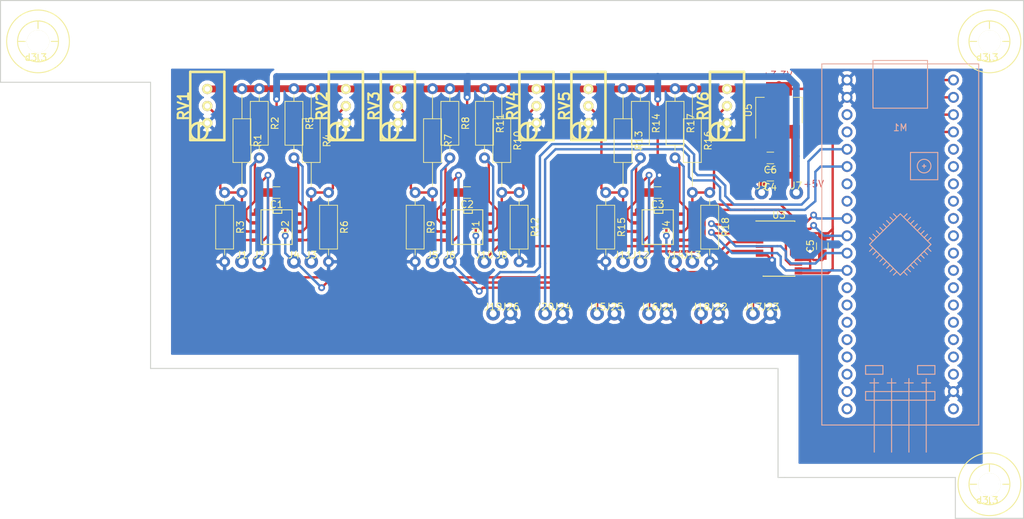
<source format=kicad_pcb>
(kicad_pcb (version 4) (host pcbnew 4.0.5+dfsg1-4)
  (layers (0 F.Cu signal) (31 B.Cu signal) (34 B.Paste user) (35 F.Paste user) (36 B.SilkS user) (37 F.SilkS user) (38 B.Mask user) (39 F.Mask user) (44 Edge.Cuts user))
  (net 0 "")
  (net 1 GND)
  (net 2 "Net-(M1-PadA15)")
  (net 3 "Net-(M1-PadA12)")
  (net 4 "Net-(M1-PadA11)")
  (net 5 "Net-(M1-PadA10)")
  (net 6 "Net-(M1-PadA9)")
  (net 7 "Net-(M1-PadA8)")
  (net 8 "Net-(M1-PadB3)")
  (net 9 "Net-(M1-PadB4)")
  (net 10 "Net-(M1-PadB5)")
  (net 11 "Net-(M1-PadB6)")
  (net 12 "Net-(M1-PadB7)")
  (net 13 "Net-(M1-PadB8)")
  (net 14 "Net-(M1-PadB9)")
  (net 15 "Net-(M1-Pad18)")
  (net 16 "Net-(M1-Pad20)")
  (net 17 "Net-(M1-PadVB)")
  (net 18 "Net-(M1-PadC13)")
  (net 19 "Net-(M1-PadC14)")
  (net 20 "Net-(M1-PadC15)")
  (net 21 "Net-(M1-PadB0)")
  (net 22 "Net-(M1-PadB1)")
  (net 23 "Net-(M1-PadR)")
  (net 24 "Net-(M1-Pad38)")
  (net 25 "Net-(J1-Pad1)")
  (net 26 "Net-(J3-Pad1)")
  (net 27 "Net-(C1-Pad1)")
  (net 28 "Net-(J5-Pad1)")
  (net 29 "Net-(J8-Pad1)")
  (net 30 "Net-(M1-PadA0)")
  (net 31 "Net-(M1-PadA1)")
  (net 32 "Net-(M1-PadA2)")
  (net 33 "Net-(M1-PadA3)")
  (net 34 "Net-(J11-Pad1)")
  (net 35 "Net-(J13-Pad1)")
  (net 36 "Net-(R1-Pad2)")
  (net 37 "Net-(R4-Pad2)")
  (net 38 "Net-(R7-Pad2)")
  (net 39 "Net-(R10-Pad2)")
  (net 40 "Net-(R13-Pad2)")
  (net 41 "Net-(R16-Pad2)")
  (net 42 "Net-(U3-Pad2)")
  (net 43 "Net-(U3-Pad4)")
  (net 44 "Net-(U3-Pad19)")
  (net 45 "Net-(J15-Pad1)")
  (net 46 "Net-(J16-Pad1)")
  (net 47 "Net-(J17-Pad1)")
  (net 48 "Net-(J18-Pad1)")
  (net 49 "Net-(J19-Pad1)")
  (net 50 "Net-(J20-Pad1)")
  (net 51 "Net-(C5-Pad2)")
  (net 52 /in1)
  (net 53 /in2)
  (net 54 /in3)
  (net 55 /in4)
  (net 56 /in5)
  (net 57 /in6)
  (net 58 /cs)
  (net 59 /clk)
  (net 60 /miso)
  (net 61 /mosi)
  (module Capacitors_SMD:C_0805_HandSoldering (layer F.Cu) (at 65.48 53.18 180)
    (fp_text reference C1 (at 0 -1.75 180) (layer F.SilkS))
    (fp_text value C)
    (pad 1 smd rect (at -1.25 0 180) (size 1.5 1.25) (layers F.Cu F.Paste F.Mask) (net 27 "Net-(C1-Pad1)"))
    (pad 2 smd rect (at 1.25 0 180) (size 1.5 1.25) (layers F.Cu F.Paste F.Mask) (net 1 GND))
  )
  (module Capacitors_SMD:C_0805_HandSoldering (layer F.Cu) (at 93.42 53.18 180)
    (fp_text reference C2 (at 0 -1.75 180) (layer F.SilkS))
    (fp_text value C)
    (pad 1 smd rect (at -1.25 0 180) (size 1.5 1.25) (layers F.Cu F.Paste F.Mask) (net 27 "Net-(C1-Pad1)"))
    (pad 2 smd rect (at 1.25 0 180) (size 1.5 1.25) (layers F.Cu F.Paste F.Mask) (net 1 GND))
  )
  (module Capacitors_SMD:C_0805_HandSoldering (layer F.Cu) (at 121.36 53.18 180)
    (fp_text reference C3 (at 0 -1.75 180) (layer F.SilkS))
    (fp_text value C)
    (pad 1 smd rect (at -1.25 0 180) (size 1.5 1.25) (layers F.Cu F.Paste F.Mask) (net 27 "Net-(C1-Pad1)"))
    (pad 2 smd rect (at 1.25 0 180) (size 1.5 1.25) (layers F.Cu F.Paste F.Mask) (net 1 GND))
  )
  (module Capacitors_SMD:C_0805_HandSoldering (layer F.Cu) (at 137.87 50.64 180)
    (fp_text reference C4 (at 0 -1.75 180) (layer F.SilkS))
    (fp_text value C)
    (pad 1 smd rect (at -1.25 0 180) (size 1.5 1.25) (layers F.Cu F.Paste F.Mask) (net 27 "Net-(C1-Pad1)"))
    (pad 2 smd rect (at 1.25 0 180) (size 1.5 1.25) (layers F.Cu F.Paste F.Mask) (net 1 GND))
  )
  (module Capacitors_SMD:C_0805_HandSoldering (layer F.Cu) (at 137.87 48.1 180)
    (fp_text reference C6 (at 0 -1.75 180) (layer F.SilkS))
    (fp_text value C)
    (pad 1 smd rect (at -1.25 0 180) (size 1.5 1.25) (layers F.Cu F.Paste F.Mask) (net 51 "Net-(C5-Pad2)"))
    (pad 2 smd rect (at 1.25 0 180) (size 1.5 1.25) (layers F.Cu F.Paste F.Mask) (net 1 GND))
  )
  (module zoidberg:conn_1mm (layer F.Cu) (at 60.4 63.34)
    (fp_text reference J1 (at 0 -1) (layer F.SilkS))
    (fp_text value sensor hide)
    (pad 1 thru_hole circle (at 0 0) (size 2 2) (drill 1) (layers *.Cu) (net 25 "Net-(J1-Pad1)"))
  )
  (module zoidberg:conn_1mm (layer F.Cu) (at 62.94 63.34)
    (fp_text reference J2 (at 0 -1) (layer F.SilkS))
    (fp_text value sensor hide)
    (pad 1 thru_hole circle (at 0 0) (size 2 2) (drill 1) (layers *.Cu) (net 52 /in1))
  )
  (module zoidberg:conn_1mm (layer F.Cu) (at 70.56 63.34)
    (fp_text reference J3 (at 0 -1) (layer F.SilkS))
    (fp_text value sensor hide)
    (pad 1 thru_hole circle (at 0 0) (size 2 2) (drill 1) (layers *.Cu) (net 26 "Net-(J3-Pad1)"))
  )
  (module zoidberg:conn_1mm (layer F.Cu) (at 68.02 63.34)
    (fp_text reference J4 (at 0 -1) (layer F.SilkS))
    (fp_text value sensor hide)
    (pad 1 thru_hole circle (at 0 0) (size 2 2) (drill 1) (layers *.Cu) (net 53 /in2))
  )
  (module zoidberg:conn_1mm (layer F.Cu) (at 88.34 63.34)
    (fp_text reference J5 (at 0 -1) (layer F.SilkS))
    (fp_text value sensor hide)
    (pad 1 thru_hole circle (at 0 0) (size 2 2) (drill 1) (layers *.Cu) (net 28 "Net-(J5-Pad1)"))
  )
  (module zoidberg:conn_1mm (layer F.Cu) (at 90.88 63.34)
    (fp_text reference J6 (at 0 -1) (layer F.SilkS))
    (fp_text value sensor hide)
    (pad 1 thru_hole circle (at 0 0) (size 2 2) (drill 1) (layers *.Cu) (net 54 /in3))
  )
  (module zoidberg:conn_1mm (layer F.Cu) (at 141.68 53.18)
    (fp_text reference J7 (at 0 -1) (layer F.SilkS))
    (fp_text value +5V hide)
    (pad 1 thru_hole circle (at 0 0) (size 2 2) (drill 1) (layers *.Cu) (net 27 "Net-(C1-Pad1)"))
  )
  (module zoidberg:conn_1mm (layer F.Cu) (at 98.5 63.34)
    (fp_text reference J8 (at 0 -1) (layer F.SilkS))
    (fp_text value sensor hide)
    (pad 1 thru_hole circle (at 0 0) (size 2 2) (drill 1) (layers *.Cu) (net 29 "Net-(J8-Pad1)"))
  )
  (module zoidberg:conn_1mm (layer F.Cu) (at 136.6 53.18)
    (fp_text reference J9 (at 0 -1) (layer F.SilkS))
    (fp_text value GND hide)
    (pad 1 thru_hole circle (at 0 0) (size 2 2) (drill 1) (layers *.Cu) (net 1 GND))
  )
  (module zoidberg:conn_1mm (layer F.Cu) (at 95.96 63.34)
    (fp_text reference J10 (at 0 -1) (layer F.SilkS))
    (fp_text value sensor hide)
    (pad 1 thru_hole circle (at 0 0) (size 2 2) (drill 1) (layers *.Cu) (net 55 /in4))
  )
  (module zoidberg:conn_1mm (layer F.Cu) (at 116.28 63.34)
    (fp_text reference J11 (at 0 -1) (layer F.SilkS))
    (fp_text value sensor hide)
    (pad 1 thru_hole circle (at 0 0) (size 2 2) (drill 1) (layers *.Cu) (net 34 "Net-(J11-Pad1)"))
  )
  (module zoidberg:conn_1mm (layer F.Cu) (at 118.82 63.34)
    (fp_text reference J12 (at 0 -1) (layer F.SilkS))
    (fp_text value sensor hide)
    (pad 1 thru_hole circle (at 0 0) (size 2 2) (drill 1) (layers *.Cu) (net 56 /in5))
  )
  (module zoidberg:conn_1mm (layer F.Cu) (at 126.44 63.34)
    (fp_text reference J13 (at 0 -1) (layer F.SilkS))
    (fp_text value sensor hide)
    (pad 1 thru_hole circle (at 0 0) (size 2 2) (drill 1) (layers *.Cu) (net 35 "Net-(J13-Pad1)"))
  )
  (module zoidberg:conn_1mm (layer F.Cu) (at 123.9 63.34)
    (fp_text reference J14 (at 0 -1) (layer F.SilkS))
    (fp_text value sensor hide)
    (pad 1 thru_hole circle (at 0 0) (size 2 2) (drill 1) (layers *.Cu) (net 57 /in6))
  )
  (module ki_modules:Maple_Mini (layer B.Cu) (at 156.92 60.8 180)
    (fp_text reference M1 (at 0 17.145 180) (layer B.SilkS) (effects (justify mirror)))
    (fp_text value Maple_Mini)
    (pad A15 thru_hole circle (at -7.8 1.27 180) (size 1.6 1.6) (drill 1) (layers *.Cu *.Mask) (net 2 "Net-(M1-PadA15)"))
    (pad A12 thru_hole circle (at -7.8 3.81 180) (size 1.6 1.6) (drill 1) (layers *.Cu *.Mask) (net 3 "Net-(M1-PadA12)"))
    (pad A11 thru_hole circle (at -7.8 6.35 180) (size 1.6 1.6) (drill 1) (layers *.Cu *.Mask) (net 4 "Net-(M1-PadA11)"))
    (pad A10 thru_hole circle (at -7.8 8.89 180) (size 1.6 1.6) (drill 1) (layers *.Cu *.Mask) (net 5 "Net-(M1-PadA10)"))
    (pad A9 thru_hole circle (at -7.8 11.43 180) (size 1.6 1.6) (drill 1) (layers *.Cu *.Mask) (net 6 "Net-(M1-PadA9)"))
    (pad A8 thru_hole circle (at -7.8 13.97 180) (size 1.6 1.6) (drill 1) (layers *.Cu *.Mask) (net 7 "Net-(M1-PadA8)"))
    (pad B15 thru_hole circle (at -7.8 16.51 180) (size 1.6 1.6) (drill 1) (layers *.Cu *.Mask) (net 48 "Net-(J18-Pad1)"))
    (pad B14 thru_hole circle (at -7.8 19.05 180) (size 1.6 1.6) (drill 1) (layers *.Cu *.Mask) (net 47 "Net-(J17-Pad1)"))
    (pad B13 thru_hole circle (at -7.8 21.59 180) (size 1.6 1.6) (drill 1) (layers *.Cu *.Mask) (net 46 "Net-(J16-Pad1)"))
    (pad B12 thru_hole circle (at -7.8 24.13 180) (size 1.6 1.6) (drill 1) (layers *.Cu *.Mask) (net 45 "Net-(J15-Pad1)"))
    (pad B3 thru_hole circle (at -7.8 -1.27 180) (size 1.6 1.6) (drill 1) (layers *.Cu *.Mask) (net 8 "Net-(M1-PadB3)"))
    (pad B4 thru_hole circle (at -7.8 -3.81 180) (size 1.6 1.6) (drill 1) (layers *.Cu *.Mask) (net 9 "Net-(M1-PadB4)"))
    (pad B5 thru_hole circle (at -7.8 -6.35 180) (size 1.6 1.6) (drill 1) (layers *.Cu *.Mask) (net 10 "Net-(M1-PadB5)"))
    (pad B6 thru_hole circle (at -7.8 -8.89 180) (size 1.6 1.6) (drill 1) (layers *.Cu *.Mask) (net 11 "Net-(M1-PadB6)"))
    (pad B7 thru_hole circle (at -7.8 -11.43 180) (size 1.6 1.6) (drill 1) (layers *.Cu *.Mask) (net 12 "Net-(M1-PadB7)"))
    (pad B8 thru_hole circle (at -7.8 -13.97 180) (size 1.6 1.6) (drill 1) (layers *.Cu *.Mask) (net 13 "Net-(M1-PadB8)"))
    (pad B9 thru_hole circle (at -7.8 -16.51 180) (size 1.6 1.6) (drill 1) (layers *.Cu *.Mask) (net 14 "Net-(M1-PadB9)"))
    (pad 18 thru_hole circle (at -7.8 -19.05 180) (size 1.6 1.6) (drill 1) (layers *.Cu *.Mask) (net 15 "Net-(M1-Pad18)"))
    (pad 19 thru_hole circle (at -7.8 -21.59 180) (size 1.6 1.6) (drill 1) (layers *.Cu *.Mask) (net 1 GND))
    (pad 20 thru_hole circle (at -7.8 -24.13 180) (size 1.6 1.6) (drill 1) (layers *.Cu *.Mask) (net 16 "Net-(M1-Pad20)"))
    (pad VB thru_hole circle (at 7.8 -24.13 180) (size 1.6 1.6) (drill 1) (layers *.Cu *.Mask) (net 17 "Net-(M1-PadVB)"))
    (pad C13 thru_hole circle (at 7.8 -21.59 180) (size 1.6 1.6) (drill 1) (layers *.Cu *.Mask) (net 18 "Net-(M1-PadC13)"))
    (pad C14 thru_hole circle (at 7.8 -19.05 180) (size 1.6 1.6) (drill 1) (layers *.Cu *.Mask) (net 19 "Net-(M1-PadC14)"))
    (pad C15 thru_hole circle (at 7.8 -16.51 180) (size 1.6 1.6) (drill 1) (layers *.Cu *.Mask) (net 20 "Net-(M1-PadC15)"))
    (pad A0 thru_hole circle (at 7.8 -13.97 180) (size 1.6 1.6) (drill 1) (layers *.Cu *.Mask) (net 30 "Net-(M1-PadA0)"))
    (pad A1 thru_hole circle (at 7.8 -11.43 180) (size 1.6 1.6) (drill 1) (layers *.Cu *.Mask) (net 31 "Net-(M1-PadA1)"))
    (pad A2 thru_hole circle (at 7.8 -8.89 180) (size 1.6 1.6) (drill 1) (layers *.Cu *.Mask) (net 32 "Net-(M1-PadA2)"))
    (pad A3 thru_hole circle (at 7.8 -6.35 180) (size 1.6 1.6) (drill 1) (layers *.Cu *.Mask) (net 33 "Net-(M1-PadA3)"))
    (pad 39 thru_hole circle (at 7.8 21.59 180) (size 1.6 1.6) (drill 1) (layers *.Cu *.Mask) (net 1 GND))
    (pad 40 thru_hole circle (at 7.8 24.13 180) (size 1.6 1.6) (drill 1) (layers *.Cu *.Mask) (net 1 GND))
    (pad A4 thru_hole circle (at 7.8 -3.81 180) (size 1.6 1.6) (drill 1) (layers *.Cu *.Mask) (net 58 /cs))
    (pad A5 thru_hole circle (at 7.8 -1.27 180) (size 1.6 1.6) (drill 1) (layers *.Cu *.Mask) (net 59 /clk))
    (pad A6 thru_hole circle (at 7.8 1.27 180) (size 1.6 1.6) (drill 1) (layers *.Cu *.Mask) (net 60 /miso))
    (pad A7 thru_hole circle (at 7.8 3.81 180) (size 1.6 1.6) (drill 1) (layers *.Cu *.Mask) (net 61 /mosi))
    (pad B0 thru_hole circle (at 7.8 6.35 180) (size 1.6 1.6) (drill 1) (layers *.Cu *.Mask) (net 21 "Net-(M1-PadB0)"))
    (pad B1 thru_hole circle (at 7.8 8.89 180) (size 1.6 1.6) (drill 1) (layers *.Cu *.Mask) (net 22 "Net-(M1-PadB1)"))
    (pad B10 thru_hole circle (at 7.8 11.43 180) (size 1.6 1.6) (drill 1) (layers *.Cu *.Mask) (net 50 "Net-(J20-Pad1)"))
    (pad B11 thru_hole circle (at 7.8 13.97 180) (size 1.6 1.6) (drill 1) (layers *.Cu *.Mask) (net 49 "Net-(J19-Pad1)"))
    (pad R thru_hole circle (at 7.8 16.51 180) (size 1.6 1.6) (drill 1) (layers *.Cu *.Mask) (net 23 "Net-(M1-PadR)"))
    (pad 38 thru_hole circle (at 7.8 19.05 180) (size 1.6 1.6) (drill 1) (layers *.Cu *.Mask) (net 24 "Net-(M1-Pad38)"))
  )
  (module Resistors_THT:R_Axial_DIN0207_L6.3mm_D2.5mm_P10.16mm_Horizontal (layer F.Cu) (at 62.94 37.94 270)
    (fp_text reference R2 (at 5.08 -2.31 270) (layer F.SilkS))
    (fp_text value 18K)
    (pad 1 thru_hole circle (at 0 0 270) (size 1.6 1.6) (drill 0.8) (layers *.Cu *.Mask) (net 51 "Net-(C5-Pad2)"))
    (pad 2 thru_hole oval (at 10.16 0 270) (size 1.6 1.6) (drill 0.8) (layers *.Cu *.Mask) (net 25 "Net-(J1-Pad1)"))
  )
  (module Resistors_THT:R_Axial_DIN0207_L6.3mm_D2.5mm_P10.16mm_Horizontal (layer F.Cu) (at 57.86 53.18 270)
    (fp_text reference R3 (at 5.08 -2.31 270) (layer F.SilkS))
    (fp_text value 1K)
    (pad 1 thru_hole circle (at 0 0 270) (size 1.6 1.6) (drill 0.8) (layers *.Cu *.Mask) (net 36 "Net-(R1-Pad2)"))
    (pad 2 thru_hole oval (at 10.16 0 270) (size 1.6 1.6) (drill 0.8) (layers *.Cu *.Mask) (net 1 GND))
  )
  (module Resistors_THT:R_Axial_DIN0207_L6.3mm_D2.5mm_P10.16mm_Horizontal (layer F.Cu) (at 68.02 37.94 270)
    (fp_text reference R5 (at 5.08 -2.31 270) (layer F.SilkS))
    (fp_text value 18K)
    (pad 1 thru_hole circle (at 0 0 270) (size 1.6 1.6) (drill 0.8) (layers *.Cu *.Mask) (net 51 "Net-(C5-Pad2)"))
    (pad 2 thru_hole oval (at 10.16 0 270) (size 1.6 1.6) (drill 0.8) (layers *.Cu *.Mask) (net 26 "Net-(J3-Pad1)"))
  )
  (module Resistors_THT:R_Axial_DIN0207_L6.3mm_D2.5mm_P10.16mm_Horizontal (layer F.Cu) (at 73.1 53.18 270)
    (fp_text reference R6 (at 5.08 -2.31 270) (layer F.SilkS))
    (fp_text value 1K)
    (pad 1 thru_hole circle (at 0 0 270) (size 1.6 1.6) (drill 0.8) (layers *.Cu *.Mask) (net 37 "Net-(R4-Pad2)"))
    (pad 2 thru_hole oval (at 10.16 0 270) (size 1.6 1.6) (drill 0.8) (layers *.Cu *.Mask) (net 1 GND))
  )
  (module Resistors_THT:R_Axial_DIN0207_L6.3mm_D2.5mm_P10.16mm_Horizontal (layer F.Cu) (at 90.88 37.94 270)
    (fp_text reference R8 (at 5.08 -2.31 270) (layer F.SilkS))
    (fp_text value 18K)
    (pad 1 thru_hole circle (at 0 0 270) (size 1.6 1.6) (drill 0.8) (layers *.Cu *.Mask) (net 51 "Net-(C5-Pad2)"))
    (pad 2 thru_hole oval (at 10.16 0 270) (size 1.6 1.6) (drill 0.8) (layers *.Cu *.Mask) (net 28 "Net-(J5-Pad1)"))
  )
  (module Resistors_THT:R_Axial_DIN0207_L6.3mm_D2.5mm_P10.16mm_Horizontal (layer F.Cu) (at 85.8 53.18 270)
    (fp_text reference R9 (at 5.08 -2.31 270) (layer F.SilkS))
    (fp_text value 1K)
    (pad 1 thru_hole circle (at 0 0 270) (size 1.6 1.6) (drill 0.8) (layers *.Cu *.Mask) (net 38 "Net-(R7-Pad2)"))
    (pad 2 thru_hole oval (at 10.16 0 270) (size 1.6 1.6) (drill 0.8) (layers *.Cu *.Mask) (net 1 GND))
  )
  (module Resistors_THT:R_Axial_DIN0207_L6.3mm_D2.5mm_P10.16mm_Horizontal (layer F.Cu) (at 95.96 37.94 270)
    (fp_text reference R11 (at 5.08 -2.31 270) (layer F.SilkS))
    (fp_text value 18K)
    (pad 1 thru_hole circle (at 0 0 270) (size 1.6 1.6) (drill 0.8) (layers *.Cu *.Mask) (net 51 "Net-(C5-Pad2)"))
    (pad 2 thru_hole oval (at 10.16 0 270) (size 1.6 1.6) (drill 0.8) (layers *.Cu *.Mask) (net 29 "Net-(J8-Pad1)"))
  )
  (module Resistors_THT:R_Axial_DIN0207_L6.3mm_D2.5mm_P10.16mm_Horizontal (layer F.Cu) (at 101.04 53.18 270)
    (fp_text reference R12 (at 5.08 -2.31 270) (layer F.SilkS))
    (fp_text value 1K)
    (pad 1 thru_hole circle (at 0 0 270) (size 1.6 1.6) (drill 0.8) (layers *.Cu *.Mask) (net 39 "Net-(R10-Pad2)"))
    (pad 2 thru_hole oval (at 10.16 0 270) (size 1.6 1.6) (drill 0.8) (layers *.Cu *.Mask) (net 1 GND))
  )
  (module Resistors_THT:R_Axial_DIN0207_L6.3mm_D2.5mm_P10.16mm_Horizontal (layer F.Cu) (at 118.82 37.94 270)
    (fp_text reference R14 (at 5.08 -2.31 270) (layer F.SilkS))
    (fp_text value 18K)
    (pad 1 thru_hole circle (at 0 0 270) (size 1.6 1.6) (drill 0.8) (layers *.Cu *.Mask) (net 51 "Net-(C5-Pad2)"))
    (pad 2 thru_hole oval (at 10.16 0 270) (size 1.6 1.6) (drill 0.8) (layers *.Cu *.Mask) (net 34 "Net-(J11-Pad1)"))
  )
  (module Resistors_THT:R_Axial_DIN0207_L6.3mm_D2.5mm_P10.16mm_Horizontal (layer F.Cu) (at 113.74 53.18 270)
    (fp_text reference R15 (at 5.08 -2.31 270) (layer F.SilkS))
    (fp_text value 1K)
    (pad 1 thru_hole circle (at 0 0 270) (size 1.6 1.6) (drill 0.8) (layers *.Cu *.Mask) (net 40 "Net-(R13-Pad2)"))
    (pad 2 thru_hole oval (at 10.16 0 270) (size 1.6 1.6) (drill 0.8) (layers *.Cu *.Mask) (net 1 GND))
  )
  (module Resistors_THT:R_Axial_DIN0207_L6.3mm_D2.5mm_P10.16mm_Horizontal (layer F.Cu) (at 123.9 37.94 270)
    (fp_text reference R17 (at 5.08 -2.31 270) (layer F.SilkS))
    (fp_text value 18K)
    (pad 1 thru_hole circle (at 0 0 270) (size 1.6 1.6) (drill 0.8) (layers *.Cu *.Mask) (net 51 "Net-(C5-Pad2)"))
    (pad 2 thru_hole oval (at 10.16 0 270) (size 1.6 1.6) (drill 0.8) (layers *.Cu *.Mask) (net 35 "Net-(J13-Pad1)"))
  )
  (module Resistors_THT:R_Axial_DIN0207_L6.3mm_D2.5mm_P10.16mm_Horizontal (layer F.Cu) (at 128.98 53.18 270)
    (fp_text reference R18 (at 5.08 -2.31 270) (layer F.SilkS))
    (fp_text value 1K)
    (pad 1 thru_hole circle (at 0 0 270) (size 1.6 1.6) (drill 0.8) (layers *.Cu *.Mask) (net 41 "Net-(R16-Pad2)"))
    (pad 2 thru_hole oval (at 10.16 0 270) (size 1.6 1.6) (drill 0.8) (layers *.Cu *.Mask) (net 1 GND))
  )
  (module 3296W:3296W (layer F.Cu) (at 55.32 40.48 90)
    (fp_text reference RV1 (at 0 -3.50012 90) (layer F.SilkS) (effects (font (thickness 0.3048))))
    (fp_text value POT hide)
    (pad 1 thru_hole circle (at -2.49936 0 90) (size 1.50114 1.50114) (drill 0.8001) (layers *.Cu *.Mask F.SilkS) (net 1 GND))
    (pad 2 thru_hole circle (at 0 0 90) (size 1.50114 1.50114) (drill 0.8001) (layers *.Cu *.Mask F.SilkS) (net 36 "Net-(R1-Pad2)"))
    (pad 3 thru_hole circle (at 2.49936 0 90) (size 1.50114 1.50114) (drill 0.8001) (layers *.Cu *.Mask F.SilkS) (net 51 "Net-(C5-Pad2)"))
  )
  (module 3296W:3296W (layer F.Cu) (at 75.64 40.48 90)
    (fp_text reference RV2 (at 0 -3.50012 90) (layer F.SilkS) (effects (font (thickness 0.3048))))
    (fp_text value POT hide)
    (pad 1 thru_hole circle (at -2.49936 0 90) (size 1.50114 1.50114) (drill 0.8001) (layers *.Cu *.Mask F.SilkS) (net 1 GND))
    (pad 2 thru_hole circle (at 0 0 90) (size 1.50114 1.50114) (drill 0.8001) (layers *.Cu *.Mask F.SilkS) (net 37 "Net-(R4-Pad2)"))
    (pad 3 thru_hole circle (at 2.49936 0 90) (size 1.50114 1.50114) (drill 0.8001) (layers *.Cu *.Mask F.SilkS) (net 51 "Net-(C5-Pad2)"))
  )
  (module 3296W:3296W (layer F.Cu) (at 83.26 40.48 90)
    (fp_text reference RV3 (at 0 -3.50012 90) (layer F.SilkS) (effects (font (thickness 0.3048))))
    (fp_text value POT hide)
    (pad 1 thru_hole circle (at -2.49936 0 90) (size 1.50114 1.50114) (drill 0.8001) (layers *.Cu *.Mask F.SilkS) (net 1 GND))
    (pad 2 thru_hole circle (at 0 0 90) (size 1.50114 1.50114) (drill 0.8001) (layers *.Cu *.Mask F.SilkS) (net 38 "Net-(R7-Pad2)"))
    (pad 3 thru_hole circle (at 2.49936 0 90) (size 1.50114 1.50114) (drill 0.8001) (layers *.Cu *.Mask F.SilkS) (net 51 "Net-(C5-Pad2)"))
  )
  (module 3296W:3296W (layer F.Cu) (at 103.58 40.48 90)
    (fp_text reference RV4 (at 0 -3.50012 90) (layer F.SilkS) (effects (font (thickness 0.3048))))
    (fp_text value POT hide)
    (pad 1 thru_hole circle (at -2.49936 0 90) (size 1.50114 1.50114) (drill 0.8001) (layers *.Cu *.Mask F.SilkS) (net 1 GND))
    (pad 2 thru_hole circle (at 0 0 90) (size 1.50114 1.50114) (drill 0.8001) (layers *.Cu *.Mask F.SilkS) (net 39 "Net-(R10-Pad2)"))
    (pad 3 thru_hole circle (at 2.49936 0 90) (size 1.50114 1.50114) (drill 0.8001) (layers *.Cu *.Mask F.SilkS) (net 51 "Net-(C5-Pad2)"))
  )
  (module 3296W:3296W (layer F.Cu) (at 111.2 40.48 90)
    (fp_text reference RV5 (at 0 -3.50012 90) (layer F.SilkS) (effects (font (thickness 0.3048))))
    (fp_text value POT hide)
    (pad 1 thru_hole circle (at -2.49936 0 90) (size 1.50114 1.50114) (drill 0.8001) (layers *.Cu *.Mask F.SilkS) (net 1 GND))
    (pad 2 thru_hole circle (at 0 0 90) (size 1.50114 1.50114) (drill 0.8001) (layers *.Cu *.Mask F.SilkS) (net 40 "Net-(R13-Pad2)"))
    (pad 3 thru_hole circle (at 2.49936 0 90) (size 1.50114 1.50114) (drill 0.8001) (layers *.Cu *.Mask F.SilkS) (net 51 "Net-(C5-Pad2)"))
  )
  (module 3296W:3296W (layer F.Cu) (at 131.52 40.48 90)
    (fp_text reference RV6 (at 0 -3.50012 90) (layer F.SilkS) (effects (font (thickness 0.3048))))
    (fp_text value POT hide)
    (pad 1 thru_hole circle (at -2.49936 0 90) (size 1.50114 1.50114) (drill 0.8001) (layers *.Cu *.Mask F.SilkS) (net 1 GND))
    (pad 2 thru_hole circle (at 0 0 90) (size 1.50114 1.50114) (drill 0.8001) (layers *.Cu *.Mask F.SilkS) (net 41 "Net-(R16-Pad2)"))
    (pad 3 thru_hole circle (at 2.49936 0 90) (size 1.50114 1.50114) (drill 0.8001) (layers *.Cu *.Mask F.SilkS) (net 51 "Net-(C5-Pad2)"))
  )
  (module SMD_Packages:SOIC-8-N (layer F.Cu) (at 93.42 58.26 270)
    (fp_text reference U1 (at 0 -1.27 270) (layer F.SilkS))
    (fp_text value TL082)
    (pad 8 smd rect (at -1.905 -3.175 270) (size 0.508 1.143) (layers F.Cu F.Paste F.Mask) (net 27 "Net-(C1-Pad1)"))
    (pad 7 smd rect (at -0.635 -3.175 270) (size 0.508 1.143) (layers F.Cu F.Paste F.Mask) (net 55 /in4))
    (pad 6 smd rect (at 0.635 -3.175 270) (size 0.508 1.143) (layers F.Cu F.Paste F.Mask) (net 29 "Net-(J8-Pad1)"))
    (pad 5 smd rect (at 1.905 -3.175 270) (size 0.508 1.143) (layers F.Cu F.Paste F.Mask) (net 39 "Net-(R10-Pad2)"))
    (pad 4 smd rect (at 1.905 3.175 270) (size 0.508 1.143) (layers F.Cu F.Paste F.Mask) (net 1 GND))
    (pad 3 smd rect (at 0.635 3.175 270) (size 0.508 1.143) (layers F.Cu F.Paste F.Mask) (net 38 "Net-(R7-Pad2)"))
    (pad 2 smd rect (at -0.635 3.175 270) (size 0.508 1.143) (layers F.Cu F.Paste F.Mask) (net 28 "Net-(J5-Pad1)"))
    (pad 1 smd rect (at -1.905 3.175 270) (size 0.508 1.143) (layers F.Cu F.Paste F.Mask) (net 54 /in3))
  )
  (module SMD_Packages:SOIC-8-N (layer F.Cu) (at 65.48 58.26 270)
    (fp_text reference U2 (at 0 -1.27 270) (layer F.SilkS))
    (fp_text value TL082)
    (pad 8 smd rect (at -1.905 -3.175 270) (size 0.508 1.143) (layers F.Cu F.Paste F.Mask) (net 27 "Net-(C1-Pad1)"))
    (pad 7 smd rect (at -0.635 -3.175 270) (size 0.508 1.143) (layers F.Cu F.Paste F.Mask) (net 53 /in2))
    (pad 6 smd rect (at 0.635 -3.175 270) (size 0.508 1.143) (layers F.Cu F.Paste F.Mask) (net 26 "Net-(J3-Pad1)"))
    (pad 5 smd rect (at 1.905 -3.175 270) (size 0.508 1.143) (layers F.Cu F.Paste F.Mask) (net 37 "Net-(R4-Pad2)"))
    (pad 4 smd rect (at 1.905 3.175 270) (size 0.508 1.143) (layers F.Cu F.Paste F.Mask) (net 1 GND))
    (pad 3 smd rect (at 0.635 3.175 270) (size 0.508 1.143) (layers F.Cu F.Paste F.Mask) (net 36 "Net-(R1-Pad2)"))
    (pad 2 smd rect (at -0.635 3.175 270) (size 0.508 1.143) (layers F.Cu F.Paste F.Mask) (net 25 "Net-(J1-Pad1)"))
    (pad 1 smd rect (at -1.905 3.175 270) (size 0.508 1.143) (layers F.Cu F.Paste F.Mask) (net 52 /in1))
  )
  (module Housings_SSOP:TSSOP-24_4.4x7.8mm_Pitch0.65mm (layer F.Cu) (at 139.14 61.435)
    (fp_text reference U3 (at 0 -4.95) (layer F.SilkS))
    (fp_text value ADC08060)
    (pad 1 smd rect (at -2.85 -3.575) (size 1.1 0.4) (layers F.Cu F.Paste F.Mask) (net 59 /clk))
    (pad 2 smd rect (at -2.85 -2.925) (size 1.1 0.4) (layers F.Cu F.Paste F.Mask) (net 42 "Net-(U3-Pad2)"))
    (pad 3 smd rect (at -2.85 -2.275) (size 1.1 0.4) (layers F.Cu F.Paste F.Mask) (net 58 /cs))
    (pad 4 smd rect (at -2.85 -1.625) (size 1.1 0.4) (layers F.Cu F.Paste F.Mask) (net 43 "Net-(U3-Pad4)"))
    (pad 5 smd rect (at -2.85 -0.975) (size 1.1 0.4) (layers F.Cu F.Paste F.Mask) (net 57 /in6))
    (pad 6 smd rect (at -2.85 -0.325) (size 1.1 0.4) (layers F.Cu F.Paste F.Mask) (net 1 GND))
    (pad 7 smd rect (at -2.85 0.325) (size 1.1 0.4) (layers F.Cu F.Paste F.Mask) (net 52 /in1))
    (pad 8 smd rect (at -2.85 0.975) (size 1.1 0.4) (layers F.Cu F.Paste F.Mask) (net 1 GND))
    (pad 9 smd rect (at -2.85 1.625) (size 1.1 0.4) (layers F.Cu F.Paste F.Mask) (net 53 /in2))
    (pad 10 smd rect (at -2.85 2.275) (size 1.1 0.4) (layers F.Cu F.Paste F.Mask) (net 1 GND))
    (pad 11 smd rect (at -2.85 2.925) (size 1.1 0.4) (layers F.Cu F.Paste F.Mask) (net 54 /in3))
    (pad 12 smd rect (at -2.85 3.575) (size 1.1 0.4) (layers F.Cu F.Paste F.Mask) (net 1 GND))
    (pad 13 smd rect (at 2.85 3.575) (size 1.1 0.4) (layers F.Cu F.Paste F.Mask) (net 51 "Net-(C5-Pad2)"))
    (pad 14 smd rect (at 2.85 2.925) (size 1.1 0.4) (layers F.Cu F.Paste F.Mask) (net 1 GND))
    (pad 15 smd rect (at 2.85 2.275) (size 1.1 0.4) (layers F.Cu F.Paste F.Mask) (net 56 /in5))
    (pad 16 smd rect (at 2.85 1.625) (size 1.1 0.4) (layers F.Cu F.Paste F.Mask) (net 1 GND))
    (pad 17 smd rect (at 2.85 0.975) (size 1.1 0.4) (layers F.Cu F.Paste F.Mask) (net 55 /in4))
    (pad 18 smd rect (at 2.85 0.325) (size 1.1 0.4) (layers F.Cu F.Paste F.Mask) (net 1 GND))
    (pad 19 smd rect (at 2.85 -0.325) (size 1.1 0.4) (layers F.Cu F.Paste F.Mask) (net 44 "Net-(U3-Pad19)"))
    (pad 20 smd rect (at 2.85 -0.975) (size 1.1 0.4) (layers F.Cu F.Paste F.Mask) (net 1 GND))
    (pad 21 smd rect (at 2.85 -1.625) (size 1.1 0.4) (layers F.Cu F.Paste F.Mask) (net 51 "Net-(C5-Pad2)"))
    (pad 22 smd rect (at 2.85 -2.275) (size 1.1 0.4) (layers F.Cu F.Paste F.Mask) (net 51 "Net-(C5-Pad2)"))
    (pad 23 smd rect (at 2.85 -2.925) (size 1.1 0.4) (layers F.Cu F.Paste F.Mask) (net 60 /miso))
    (pad 24 smd rect (at 2.85 -3.575) (size 1.1 0.4) (layers F.Cu F.Paste F.Mask) (net 61 /mosi))
  )
  (module SMD_Packages:SOIC-8-N (layer F.Cu) (at 121.36 58.26 270)
    (fp_text reference U4 (at 0 -1.27 270) (layer F.SilkS))
    (fp_text value TL082)
    (pad 8 smd rect (at -1.905 -3.175 270) (size 0.508 1.143) (layers F.Cu F.Paste F.Mask) (net 27 "Net-(C1-Pad1)"))
    (pad 7 smd rect (at -0.635 -3.175 270) (size 0.508 1.143) (layers F.Cu F.Paste F.Mask) (net 57 /in6))
    (pad 6 smd rect (at 0.635 -3.175 270) (size 0.508 1.143) (layers F.Cu F.Paste F.Mask) (net 35 "Net-(J13-Pad1)"))
    (pad 5 smd rect (at 1.905 -3.175 270) (size 0.508 1.143) (layers F.Cu F.Paste F.Mask) (net 41 "Net-(R16-Pad2)"))
    (pad 4 smd rect (at 1.905 3.175 270) (size 0.508 1.143) (layers F.Cu F.Paste F.Mask) (net 1 GND))
    (pad 3 smd rect (at 0.635 3.175 270) (size 0.508 1.143) (layers F.Cu F.Paste F.Mask) (net 40 "Net-(R13-Pad2)"))
    (pad 2 smd rect (at -0.635 3.175 270) (size 0.508 1.143) (layers F.Cu F.Paste F.Mask) (net 34 "Net-(J11-Pad1)"))
    (pad 1 smd rect (at -1.905 3.175 270) (size 0.508 1.143) (layers F.Cu F.Paste F.Mask) (net 56 /in5))
  )
  (module TO_SOT_Packages_SMD:SOT-223-3_TabPin2 (layer F.Cu) (at 139.14 41.115 90)
    (fp_text reference U5 (at 0 -4.5 90) (layer F.SilkS))
    (fp_text value LD1117S33CTR)
    (pad 2 smd rect (at 3.15 0 90) (size 2 3.8) (layers F.Cu F.Paste F.Mask) (net 51 "Net-(C5-Pad2)"))
    (pad 2 smd rect (at -3.15 0 90) (size 2 1.5) (layers F.Cu F.Paste F.Mask) (net 51 "Net-(C5-Pad2)"))
    (pad 3 smd rect (at -3.15 2.3 90) (size 2 1.5) (layers F.Cu F.Paste F.Mask) (net 27 "Net-(C1-Pad1)"))
    (pad 1 smd rect (at -3.15 -2.3 90) (size 2 1.5) (layers F.Cu F.Paste F.Mask) (net 1 GND))
  )
  (module Resistors_THT:R_Axial_DIN0207_L6.3mm_D2.5mm_P15.24mm_Horizontal (layer F.Cu) (at 60.4 37.94 270)
    (fp_text reference R1 (at 7.62 -2.31 270) (layer F.SilkS))
    (fp_text value 18K)
    (pad 1 thru_hole circle (at 0 0 270) (size 1.6 1.6) (drill 0.8) (layers *.Cu *.Mask) (net 51 "Net-(C5-Pad2)"))
    (pad 2 thru_hole oval (at 15.24 0 270) (size 1.6 1.6) (drill 0.8) (layers *.Cu *.Mask) (net 36 "Net-(R1-Pad2)"))
  )
  (module Resistors_THT:R_Axial_DIN0207_L6.3mm_D2.5mm_P15.24mm_Horizontal (layer F.Cu) (at 70.56 37.94 270)
    (fp_text reference R4 (at 7.62 -2.31 270) (layer F.SilkS))
    (fp_text value 18K)
    (pad 1 thru_hole circle (at 0 0 270) (size 1.6 1.6) (drill 0.8) (layers *.Cu *.Mask) (net 51 "Net-(C5-Pad2)"))
    (pad 2 thru_hole oval (at 15.24 0 270) (size 1.6 1.6) (drill 0.8) (layers *.Cu *.Mask) (net 37 "Net-(R4-Pad2)"))
  )
  (module Resistors_THT:R_Axial_DIN0207_L6.3mm_D2.5mm_P15.24mm_Horizontal (layer F.Cu) (at 88.34 37.94 270)
    (fp_text reference R7 (at 7.62 -2.31 270) (layer F.SilkS))
    (fp_text value 18K)
    (pad 1 thru_hole circle (at 0 0 270) (size 1.6 1.6) (drill 0.8) (layers *.Cu *.Mask) (net 51 "Net-(C5-Pad2)"))
    (pad 2 thru_hole oval (at 15.24 0 270) (size 1.6 1.6) (drill 0.8) (layers *.Cu *.Mask) (net 38 "Net-(R7-Pad2)"))
  )
  (module Resistors_THT:R_Axial_DIN0207_L6.3mm_D2.5mm_P15.24mm_Horizontal (layer F.Cu) (at 98.5 37.94 270)
    (fp_text reference R10 (at 7.62 -2.31 270) (layer F.SilkS))
    (fp_text value 18K)
    (pad 1 thru_hole circle (at 0 0 270) (size 1.6 1.6) (drill 0.8) (layers *.Cu *.Mask) (net 51 "Net-(C5-Pad2)"))
    (pad 2 thru_hole oval (at 15.24 0 270) (size 1.6 1.6) (drill 0.8) (layers *.Cu *.Mask) (net 39 "Net-(R10-Pad2)"))
  )
  (module Resistors_THT:R_Axial_DIN0207_L6.3mm_D2.5mm_P15.24mm_Horizontal (layer F.Cu) (at 116.28 37.94 270)
    (fp_text reference R13 (at 7.62 -2.31 270) (layer F.SilkS))
    (fp_text value 18K)
    (pad 1 thru_hole circle (at 0 0 270) (size 1.6 1.6) (drill 0.8) (layers *.Cu *.Mask) (net 51 "Net-(C5-Pad2)"))
    (pad 2 thru_hole oval (at 15.24 0 270) (size 1.6 1.6) (drill 0.8) (layers *.Cu *.Mask) (net 40 "Net-(R13-Pad2)"))
  )
  (module Resistors_THT:R_Axial_DIN0207_L6.3mm_D2.5mm_P15.24mm_Horizontal (layer F.Cu) (at 126.44 37.94 270)
    (fp_text reference R16 (at 7.62 -2.31 270) (layer F.SilkS))
    (fp_text value 18K)
    (pad 1 thru_hole circle (at 0 0 270) (size 1.6 1.6) (drill 0.8) (layers *.Cu *.Mask) (net 51 "Net-(C5-Pad2)"))
    (pad 2 thru_hole oval (at 15.24 0 270) (size 1.6 1.6) (drill 0.8) (layers *.Cu *.Mask) (net 41 "Net-(R16-Pad2)"))
  )
  (module zoidberg:conn_1mm (layer F.Cu) (at 112.47 70.96)
    (fp_text reference J15 (at 0 -1) (layer F.SilkS))
    (fp_text value out hide)
    (pad 1 thru_hole circle (at 0 0) (size 2 2) (drill 1) (layers *.Cu) (net 45 "Net-(J15-Pad1)"))
  )
  (module zoidberg:conn_1mm (layer F.Cu) (at 120.09 70.96)
    (fp_text reference J16 (at 0 -1) (layer F.SilkS))
    (fp_text value out hide)
    (pad 1 thru_hole circle (at 0 0) (size 2 2) (drill 1) (layers *.Cu) (net 46 "Net-(J16-Pad1)"))
  )
  (module zoidberg:conn_1mm (layer F.Cu) (at 135.33 70.96)
    (fp_text reference J17 (at 0 -1) (layer F.SilkS))
    (fp_text value out hide)
    (pad 1 thru_hole circle (at 0 0) (size 2 2) (drill 1) (layers *.Cu) (net 47 "Net-(J17-Pad1)"))
  )
  (module zoidberg:conn_1mm (layer F.Cu) (at 127.71 70.96)
    (fp_text reference J18 (at 0 -1) (layer F.SilkS))
    (fp_text value out hide)
    (pad 1 thru_hole circle (at 0 0) (size 2 2) (drill 1) (layers *.Cu) (net 48 "Net-(J18-Pad1)"))
  )
  (module zoidberg:conn_1mm (layer F.Cu) (at 97.23 70.96)
    (fp_text reference J19 (at 0 -1) (layer F.SilkS))
    (fp_text value out hide)
    (pad 1 thru_hole circle (at 0 0) (size 2 2) (drill 1) (layers *.Cu) (net 49 "Net-(J19-Pad1)"))
  )
  (module zoidberg:conn_1mm (layer F.Cu) (at 104.85 70.96)
    (fp_text reference J20 (at 0 -1) (layer F.SilkS))
    (fp_text value out hide)
    (pad 1 thru_hole circle (at 0 0) (size 2 2) (drill 1) (layers *.Cu) (net 50 "Net-(J20-Pad1)"))
  )
  (module zoidberg:conn_1mm (layer F.Cu) (at 122.63 70.96)
    (fp_text reference J21 (at 0 -1) (layer F.SilkS))
    (fp_text value GND hide)
    (pad 1 thru_hole circle (at 0 0) (size 2 2) (drill 1) (layers *.Cu) (net 1 GND))
  )
  (module zoidberg:conn_1mm (layer F.Cu) (at 130.25 70.96)
    (fp_text reference J22 (at 0 -1) (layer F.SilkS))
    (fp_text value GND hide)
    (pad 1 thru_hole circle (at 0 0) (size 2 2) (drill 1) (layers *.Cu) (net 1 GND))
  )
  (module zoidberg:conn_1mm (layer F.Cu) (at 137.87 70.96)
    (fp_text reference J23 (at 0 -1) (layer F.SilkS))
    (fp_text value GND hide)
    (pad 1 thru_hole circle (at 0 0) (size 2 2) (drill 1) (layers *.Cu) (net 1 GND))
  )
  (module zoidberg:conn_1mm (layer F.Cu) (at 107.39 70.96)
    (fp_text reference J24 (at 0 -1) (layer F.SilkS))
    (fp_text value GND hide)
    (pad 1 thru_hole circle (at 0 0) (size 2 2) (drill 1) (layers *.Cu) (net 1 GND))
  )
  (module zoidberg:conn_1mm (layer F.Cu) (at 115.01 70.96)
    (fp_text reference J25 (at 0 -1) (layer F.SilkS))
    (fp_text value GND hide)
    (pad 1 thru_hole circle (at 0 0) (size 2 2) (drill 1) (layers *.Cu) (net 1 GND))
  )
  (module zoidberg:conn_1mm (layer F.Cu) (at 99.77 70.96)
    (fp_text reference J26 (at 0 -1) (layer F.SilkS))
    (fp_text value GND hide)
    (pad 1 thru_hole circle (at 0 0) (size 2 2) (drill 1) (layers *.Cu) (net 1 GND))
  )
  (module Capacitors_SMD:C_0805_HandSoldering (layer F.Cu) (at 145.49 61.054 90)
    (fp_text reference C5 (at 0 -1.75 90) (layer F.SilkS))
    (fp_text value C)
    (pad 1 smd rect (at -1.25 0 90) (size 1.5 1.25) (layers F.Cu F.Paste F.Mask) (net 1 GND))
    (pad 2 smd rect (at 1.25 0 90) (size 1.5 1.25) (layers F.Cu F.Paste F.Mask) (net 51 "Net-(C5-Pad2)"))
  )
  (module zoidberg:hole_3.3mm (layer F.Cu) (at 170 31)
    (fp_text reference hole_3.3mm hide)
    (fp_text value d3.3 (at -0.3175 2.3495) (layer F.SilkS))
    (pad "" np_thru_hole circle (at 0 0) (size 3.3 3.3) (drill 3.3) (layers *.Cu *.Mask F.SilkS))
  )
  (module zoidberg:hole_3.3mm (layer F.Cu) (at 170 96)
    (fp_text reference hole_3.3mm hide)
    (fp_text value d3.3 (at -0.3175 2.3495) (layer F.SilkS))
    (pad "" np_thru_hole circle (at 0 0) (size 3.3 3.3) (drill 3.3) (layers *.Cu *.Mask F.SilkS))
  )
  (module zoidberg:hole_3.3mm (layer F.Cu) (at 30.5 31)
    (fp_text reference hole_3.3mm hide)
    (fp_text value d3.3 (at -0.3175 2.3495) (layer F.SilkS))
    (pad "" np_thru_hole circle (at 0 0) (size 3.3 3.3) (drill 3.3) (layers *.Cu *.Mask F.SilkS))
  )
  (gr_line (start 47 37) (end 47 79) (angle 90) (layer Edge.Cuts) (width 0.15))
  (gr_line (start 25 37) (end 47 37) (angle 90) (layer Edge.Cuts) (width 0.15))
  (gr_line (start 25 25) (end 25 37) (angle 90) (layer Edge.Cuts) (width 0.15))
  (gr_line (start 139 79) (end 47 79) (angle 90) (layer Edge.Cuts) (width 0.15))
  (gr_line (start 139 95) (end 139 79) (angle 90) (layer Edge.Cuts) (width 0.15))
  (gr_line (start 140 95) (end 139 95) (angle 90) (layer Edge.Cuts) (width 0.15))
  (gr_line (start 165 95) (end 140 95) (angle 90) (layer Edge.Cuts) (width 0.15))
  (gr_line (start 165 101) (end 165 95) (angle 90) (layer Edge.Cuts) (width 0.15))
  (gr_line (start 175 101) (end 165 101) (angle 90) (layer Edge.Cuts) (width 0.15))
  (gr_line (start 175 25) (end 175 101) (angle 90) (layer Edge.Cuts) (width 0.15))
  (gr_line (start 25 25) (end 175 25) (angle 90) (layer Edge.Cuts) (width 0.15))
  (gr_text +3.3V (at 138.886 35.908) (layer F.Cu) (effects (font (size 1 1) (thickness 0.1))))
  (gr_text +5V (at 144.22 51.91) (layer F.Cu) (effects (font (size 1 1) (thickness 0.1))))
  (segment (start 141.99 64.36) (end 143.666 64.36) (width 0.35) (layer F.Cu) (net 1))
  (via (at 143.712 61.816) (size 1) (drill 0.5) (layers F.Cu B.Cu) (net 1))
  (segment (start 143.712 64.314) (end 143.712 61.816) (width 0.35) (layer F.Cu) (net 1))
  (segment (start 143.666 64.36) (end 143.712 64.314) (width 0.35) (layer F.Cu) (net 1))
  (segment (start 145.49 63.086) (end 145.49 62.304) (width 0.35) (layer F.Cu) (net 1))
  (segment (start 144.22 63.086) (end 145.49 63.086) (width 0.35) (layer F.Cu) (net 1))
  (segment (start 143.914 62.78) (end 144.22 63.086) (width 0.35) (layer F.Cu) (net 1))
  (segment (start 143.712 62.78) (end 143.914 62.78) (width 0.35) (layer F.Cu) (net 1))
  (segment (start 136.62 50.64) (end 136.62 53.16) (width 1) (layer F.Cu) (net 1))
  (segment (start 136.62 53.16) (end 136.6 53.18) (width 1) (layer F.Cu) (net 1))
  (segment (start 136.62 48.1) (end 136.62 50.64) (width 1) (layer F.Cu) (net 1))
  (segment (start 136.84 44.265) (end 136.84 47.88) (width 1) (layer F.Cu) (net 1))
  (segment (start 136.84 47.88) (end 136.62 48.1) (width 1) (layer F.Cu) (net 1))
  (segment (start 141.99 60.46) (end 143.372 60.46) (width 0.35) (layer F.Cu) (net 1))
  (segment (start 143.712 60.8) (end 143.712 61.816) (width 0.35) (layer F.Cu) (net 1))
  (segment (start 143.372 60.46) (end 143.712 60.8) (width 0.35) (layer F.Cu) (net 1))
  (segment (start 141.99 61.76) (end 143.656 61.76) (width 0.35) (layer F.Cu) (net 1))
  (segment (start 143.432 63.06) (end 143.712 62.78) (width 0.35) (layer F.Cu) (net 1))
  (segment (start 143.712 62.78) (end 143.712 61.816) (width 0.35) (layer F.Cu) (net 1))
  (segment (start 143.432 63.06) (end 141.99 63.06) (width 0.35) (layer F.Cu) (net 1))
  (segment (start 143.656 61.76) (end 143.712 61.816) (width 0.35) (layer F.Cu) (net 1))
  (segment (start 136.29 61.11) (end 137.926 61.11) (width 0.35) (layer F.Cu) (net 1))
  (via (at 138.124 63.086) (size 1) (drill 0.5) (layers F.Cu B.Cu) (net 1))
  (segment (start 138.124 61.308) (end 138.124 63.086) (width 0.35) (layer F.Cu) (net 1))
  (segment (start 137.926 61.11) (end 138.124 61.308) (width 0.35) (layer F.Cu) (net 1))
  (segment (start 136.29 62.41) (end 137.448 62.41) (width 0.35) (layer F.Cu) (net 1))
  (segment (start 137.448 62.41) (end 138.124 63.086) (width 0.35) (layer F.Cu) (net 1))
  (segment (start 136.29 63.71) (end 137.5 63.71) (width 0.35) (layer F.Cu) (net 1))
  (segment (start 137.724 65.01) (end 138.124 64.61) (width 0.35) (layer F.Cu) (net 1))
  (segment (start 138.124 64.61) (end 138.124 63.086) (width 0.35) (layer F.Cu) (net 1))
  (segment (start 137.724 65.01) (end 136.29 65.01) (width 0.35) (layer F.Cu) (net 1))
  (segment (start 137.5 63.71) (end 138.124 63.086) (width 0.35) (layer F.Cu) (net 1))
  (segment (start 120.11 53.18) (end 120.11 52.144) (width 0.35) (layer F.Cu) (net 1))
  (via (at 121.614 50.64) (size 1) (drill 0.5) (layers F.Cu B.Cu) (net 1))
  (segment (start 120.11 52.144) (end 121.614 50.64) (width 0.35) (layer F.Cu) (net 1))
  (segment (start 118.185 60.165) (end 119.455 60.165) (width 0.35) (layer F.Cu) (net 1))
  (segment (start 119.455 60.165) (end 120.09 59.53) (width 0.35) (layer F.Cu) (net 1))
  (segment (start 120.09 59.53) (end 120.09 53.2) (width 0.35) (layer F.Cu) (net 1))
  (segment (start 120.09 53.2) (end 120.11 53.18) (width 0.35) (layer F.Cu) (net 1))
  (segment (start 85.8 63.34) (end 85.8 62.07) (width 0.35) (layer F.Cu) (net 1))
  (segment (start 87.705 60.165) (end 90.245 60.165) (width 0.35) (layer F.Cu) (net 1))
  (segment (start 85.8 62.07) (end 87.705 60.165) (width 0.35) (layer F.Cu) (net 1))
  (segment (start 90.245 60.165) (end 91.515 60.165) (width 0.35) (layer F.Cu) (net 1))
  (segment (start 92.15 59.53) (end 92.15 53.2) (width 0.35) (layer F.Cu) (net 1))
  (segment (start 91.515 60.165) (end 92.15 59.53) (width 0.35) (layer F.Cu) (net 1))
  (segment (start 92.15 53.2) (end 92.17 53.18) (width 0.35) (layer F.Cu) (net 1))
  (segment (start 62.305 60.165) (end 59.765 60.165) (width 0.35) (layer F.Cu) (net 1))
  (segment (start 57.86 62.07) (end 57.86 63.34) (width 0.35) (layer F.Cu) (net 1))
  (segment (start 59.765 60.165) (end 57.86 62.07) (width 0.35) (layer F.Cu) (net 1))
  (segment (start 64.23 53.18) (end 64.23 59.51) (width 0.35) (layer F.Cu) (net 1))
  (segment (start 63.575 60.165) (end 62.305 60.165) (width 0.35) (layer F.Cu) (net 1))
  (segment (start 64.23 59.51) (end 63.575 60.165) (width 0.35) (layer F.Cu) (net 1))
  (segment (start 60.4 63.34) (end 61.67 62.07) (width 0.35) (layer B.Cu) (net 25))
  (segment (start 61.67 49.37) (end 62.94 48.1) (width 0.35) (layer B.Cu) (net 25))
  (segment (start 61.67 62.07) (end 61.67 49.37) (width 0.35) (layer B.Cu) (net 25))
  (segment (start 62.94 48.1) (end 62.305 48.735) (width 0.35) (layer F.Cu) (net 25))
  (segment (start 61.67 57.625) (end 62.305 57.625) (width 0.35) (layer F.Cu) (net 25))
  (segment (start 61.035 56.99) (end 61.67 57.625) (width 0.35) (layer F.Cu) (net 25))
  (segment (start 61.035 55.72) (end 61.035 56.99) (width 0.35) (layer F.Cu) (net 25))
  (segment (start 62.305 54.45) (end 61.035 55.72) (width 0.35) (layer F.Cu) (net 25))
  (segment (start 62.305 48.735) (end 62.305 54.45) (width 0.35) (layer F.Cu) (net 25))
  (segment (start 70.56 63.34) (end 69.29 62.07) (width 0.35) (layer B.Cu) (net 26))
  (segment (start 69.29 49.37) (end 68.02 48.1) (width 0.35) (layer B.Cu) (net 26))
  (segment (start 69.29 62.07) (end 69.29 49.37) (width 0.35) (layer B.Cu) (net 26))
  (segment (start 68.02 48.1) (end 68.655 48.735) (width 0.35) (layer F.Cu) (net 26))
  (segment (start 69.29 58.860002) (end 68.689998 58.860002) (width 0.35) (layer F.Cu) (net 26))
  (segment (start 69.925 58.225002) (end 69.29 58.860002) (width 0.35) (layer F.Cu) (net 26))
  (segment (start 69.925 55.72) (end 69.925 58.225002) (width 0.35) (layer F.Cu) (net 26))
  (segment (start 68.655 54.45) (end 69.925 55.72) (width 0.35) (layer F.Cu) (net 26))
  (segment (start 68.655 48.735) (end 68.655 54.45) (width 0.35) (layer F.Cu) (net 26))
  (segment (start 68.689998 58.860002) (end 68.655 58.895) (width 0.35) (layer F.Cu) (net 26))
  (segment (start 93.42 39.21) (end 93.42 36.162) (width 1) (layer B.Cu) (net 27))
  (segment (start 94.67 50.62) (end 93.42 49.37) (width 0.35) (layer F.Cu) (net 27))
  (segment (start 93.42 49.37) (end 93.42 39.21) (width 0.35) (layer F.Cu) (net 27))
  (via (at 93.42 39.21) (size 1) (drill 0.5) (layers F.Cu B.Cu) (net 27))
  (segment (start 94.67 53.18) (end 94.67 50.62) (width 0.35) (layer F.Cu) (net 27))
  (segment (start 93.42 36.162) (end 93.674 36.162) (width 1) (layer B.Cu) (net 27))
  (segment (start 121.36 36.162) (end 121.36 39.464) (width 1) (layer B.Cu) (net 27))
  (segment (start 122.61 51.676) (end 123.392 50.894) (width 0.35) (layer F.Cu) (net 27))
  (segment (start 123.392 50.894) (end 123.392 50.132) (width 0.35) (layer F.Cu) (net 27))
  (segment (start 123.392 50.132) (end 121.36 48.1) (width 0.35) (layer F.Cu) (net 27))
  (segment (start 121.36 48.1) (end 121.36 39.464) (width 0.35) (layer F.Cu) (net 27))
  (via (at 121.36 39.464) (size 1) (drill 0.5) (layers F.Cu B.Cu) (net 27))
  (segment (start 122.61 51.676) (end 122.61 53.18) (width 0.35) (layer F.Cu) (net 27))
  (segment (start 121.36 36.162) (end 121.36 36.416) (width 1) (layer B.Cu) (net 27))
  (segment (start 121.36 36.416) (end 121.36 36.162) (width 1) (layer B.Cu) (net 27))
  (segment (start 65.48 39.464) (end 65.48 36.162) (width 1) (layer B.Cu) (net 27))
  (via (at 65.48 39.464) (size 1) (drill 0.5) (layers F.Cu B.Cu) (net 27))
  (segment (start 66.73 53.18) (end 66.73 51.128) (width 0.35) (layer F.Cu) (net 27))
  (segment (start 65.48 49.878) (end 66.73 51.128) (width 0.35) (layer F.Cu) (net 27))
  (segment (start 65.48 39.464) (end 65.48 49.878) (width 0.35) (layer F.Cu) (net 27))
  (segment (start 93.674 36.162) (end 65.48 36.162) (width 1) (layer B.Cu) (net 27))
  (segment (start 141.68 47.846) (end 141.68 37.432) (width 1) (layer B.Cu) (net 27))
  (segment (start 141.68 47.846) (end 141.68 53.18) (width 1) (layer B.Cu) (net 27))
  (segment (start 140.41 36.162) (end 121.36 36.162) (width 1) (layer B.Cu) (net 27))
  (segment (start 121.36 36.162) (end 93.674 36.162) (width 1) (layer B.Cu) (net 27))
  (segment (start 141.68 37.432) (end 140.41 36.162) (width 1) (layer B.Cu) (net 27))
  (segment (start 141.44 50.64) (end 139.12 50.64) (width 1) (layer F.Cu) (net 27))
  (segment (start 141.44 43.63) (end 141.44 50.64) (width 1) (layer F.Cu) (net 27))
  (segment (start 141.44 50.64) (end 141.44 52.94) (width 1) (layer F.Cu) (net 27))
  (segment (start 141.44 52.94) (end 141.68 53.18) (width 1) (layer F.Cu) (net 27))
  (segment (start 122.61 53.18) (end 122.61 55.7) (width 0.35) (layer F.Cu) (net 27))
  (segment (start 122.61 55.7) (end 123.265 56.355) (width 0.35) (layer F.Cu) (net 27))
  (segment (start 123.265 56.355) (end 124.535 56.355) (width 0.35) (layer F.Cu) (net 27))
  (segment (start 94.67 53.18) (end 94.67 55.7) (width 0.35) (layer F.Cu) (net 27))
  (segment (start 95.325 56.355) (end 96.595 56.355) (width 0.35) (layer F.Cu) (net 27))
  (segment (start 94.67 55.7) (end 95.325 56.355) (width 0.35) (layer F.Cu) (net 27))
  (segment (start 66.73 53.18) (end 66.73 55.7) (width 0.35) (layer F.Cu) (net 27))
  (segment (start 66.73 55.7) (end 67.385 56.355) (width 0.35) (layer F.Cu) (net 27))
  (segment (start 67.385 56.355) (end 68.655 56.355) (width 0.35) (layer F.Cu) (net 27))
  (segment (start 88.34 63.34) (end 89.61 62.07) (width 0.35) (layer B.Cu) (net 28))
  (segment (start 89.61 50.005) (end 90.88 48.735) (width 0.35) (layer B.Cu) (net 28))
  (segment (start 89.61 62.07) (end 89.61 50.005) (width 0.35) (layer B.Cu) (net 28))
  (segment (start 90.88 48.735) (end 90.88 48.1) (width 0.35) (layer B.Cu) (net 28))
  (segment (start 90.88 48.1) (end 90.88 48.735) (width 0.35) (layer F.Cu) (net 28))
  (segment (start 90.88 48.735) (end 90.245 49.37) (width 0.35) (layer F.Cu) (net 28))
  (segment (start 90.245 49.37) (end 90.245 54.45) (width 0.35) (layer F.Cu) (net 28))
  (segment (start 90.245 54.45) (end 88.975 55.72) (width 0.35) (layer F.Cu) (net 28))
  (segment (start 88.975 55.72) (end 88.975 56.99) (width 0.35) (layer F.Cu) (net 28))
  (segment (start 88.975 56.99) (end 89.61 57.625) (width 0.35) (layer F.Cu) (net 28))
  (segment (start 89.61 57.625) (end 90.245 57.625) (width 0.35) (layer F.Cu) (net 28))
  (segment (start 98.5 63.34) (end 97.23 62.07) (width 0.35) (layer B.Cu) (net 29))
  (segment (start 97.23 49.37) (end 95.96 48.1) (width 0.35) (layer B.Cu) (net 29))
  (segment (start 97.23 62.07) (end 97.23 49.37) (width 0.35) (layer B.Cu) (net 29))
  (segment (start 96.595 58.895) (end 97.23 58.895) (width 0.35) (layer F.Cu) (net 29))
  (segment (start 96.595 48.735) (end 95.96 48.1) (width 0.35) (layer F.Cu) (net 29))
  (segment (start 96.595 54.45) (end 96.595 48.735) (width 0.35) (layer F.Cu) (net 29))
  (segment (start 97.865 55.72) (end 96.595 54.45) (width 0.35) (layer F.Cu) (net 29))
  (segment (start 97.865 58.26) (end 97.865 55.72) (width 0.35) (layer F.Cu) (net 29))
  (segment (start 97.23 58.895) (end 97.865 58.26) (width 0.35) (layer F.Cu) (net 29))
  (segment (start 116.28 63.34) (end 117.55 62.07) (width 0.35) (layer B.Cu) (net 34))
  (segment (start 117.55 50.005) (end 118.82 48.735) (width 0.35) (layer B.Cu) (net 34))
  (segment (start 117.55 62.07) (end 117.55 50.005) (width 0.35) (layer B.Cu) (net 34))
  (segment (start 118.82 48.735) (end 118.82 48.1) (width 0.35) (layer B.Cu) (net 34))
  (segment (start 118.82 48.1) (end 118.82 48.735) (width 0.35) (layer F.Cu) (net 34))
  (segment (start 118.82 48.735) (end 118.185 49.37) (width 0.35) (layer F.Cu) (net 34))
  (segment (start 118.185 49.37) (end 118.185 54.45) (width 0.35) (layer F.Cu) (net 34))
  (segment (start 118.185 54.45) (end 116.915 55.72) (width 0.35) (layer F.Cu) (net 34))
  (segment (start 116.915 55.72) (end 116.915 56.99) (width 0.35) (layer F.Cu) (net 34))
  (segment (start 116.915 56.99) (end 117.55 57.625) (width 0.35) (layer F.Cu) (net 34))
  (segment (start 117.55 57.625) (end 118.185 57.625) (width 0.35) (layer F.Cu) (net 34))
  (segment (start 126.44 63.34) (end 125.17 62.07) (width 0.35) (layer B.Cu) (net 35))
  (segment (start 125.17 49.37) (end 123.9 48.1) (width 0.35) (layer B.Cu) (net 35))
  (segment (start 125.17 62.07) (end 125.17 49.37) (width 0.35) (layer B.Cu) (net 35))
  (segment (start 123.9 48.1) (end 124.535 48.735) (width 0.35) (layer F.Cu) (net 35))
  (segment (start 125.17 58.895) (end 124.535 58.895) (width 0.35) (layer F.Cu) (net 35))
  (segment (start 125.805 58.26) (end 125.17 58.895) (width 0.35) (layer F.Cu) (net 35))
  (segment (start 125.805 55.72) (end 125.805 58.26) (width 0.35) (layer F.Cu) (net 35))
  (segment (start 124.535 54.45) (end 125.805 55.72) (width 0.35) (layer F.Cu) (net 35))
  (segment (start 124.535 48.735) (end 124.535 54.45) (width 0.35) (layer F.Cu) (net 35))
  (segment (start 60.4 53.18) (end 60.4 57.625) (width 0.35) (layer F.Cu) (net 36))
  (segment (start 61.035 58.895) (end 62.305 58.895) (width 0.35) (layer F.Cu) (net 36))
  (segment (start 60.4 58.26) (end 61.035 58.895) (width 0.35) (layer F.Cu) (net 36))
  (segment (start 60.4 57.625) (end 60.4 58.26) (width 0.35) (layer F.Cu) (net 36))
  (segment (start 60.4 53.18) (end 57.86 53.18) (width 0.35) (layer F.Cu) (net 36))
  (segment (start 57.86 53.18) (end 57.225 52.545) (width 0.35) (layer F.Cu) (net 36))
  (segment (start 57.225 52.545) (end 57.225 42.385) (width 0.35) (layer F.Cu) (net 36))
  (segment (start 57.225 42.385) (end 55.32 40.48) (width 0.35) (layer F.Cu) (net 36))
  (segment (start 70.56 53.18) (end 70.56 59.53) (width 0.35) (layer F.Cu) (net 37))
  (segment (start 69.925 60.165) (end 68.655 60.165) (width 0.35) (layer F.Cu) (net 37))
  (segment (start 70.56 59.53) (end 69.925 60.165) (width 0.35) (layer F.Cu) (net 37))
  (segment (start 70.56 53.18) (end 73.1 53.18) (width 0.35) (layer F.Cu) (net 37))
  (segment (start 73.1 53.18) (end 73.735 52.545) (width 0.35) (layer F.Cu) (net 37))
  (segment (start 73.735 52.545) (end 73.735 42.385) (width 0.35) (layer F.Cu) (net 37))
  (segment (start 73.735 42.385) (end 75.64 40.48) (width 0.35) (layer F.Cu) (net 37))
  (segment (start 90.245 58.895) (end 88.975 58.895) (width 0.35) (layer F.Cu) (net 38))
  (segment (start 88.34 58.26) (end 88.34 53.18) (width 0.35) (layer F.Cu) (net 38))
  (segment (start 88.975 58.895) (end 88.34 58.26) (width 0.35) (layer F.Cu) (net 38))
  (segment (start 88.34 53.18) (end 85.8 53.18) (width 0.35) (layer F.Cu) (net 38))
  (segment (start 85.8 53.18) (end 85.165 52.545) (width 0.35) (layer F.Cu) (net 38))
  (segment (start 85.165 52.545) (end 85.165 42.385) (width 0.35) (layer F.Cu) (net 38))
  (segment (start 85.165 42.385) (end 83.26 40.48) (width 0.35) (layer F.Cu) (net 38))
  (segment (start 98.5 53.18) (end 98.5 59.53) (width 0.35) (layer F.Cu) (net 39))
  (segment (start 97.865 60.165) (end 96.595 60.165) (width 0.35) (layer F.Cu) (net 39))
  (segment (start 98.5 59.53) (end 97.865 60.165) (width 0.35) (layer F.Cu) (net 39))
  (segment (start 98.5 53.18) (end 101.04 53.18) (width 0.35) (layer F.Cu) (net 39))
  (segment (start 101.04 53.18) (end 101.675 52.545) (width 0.35) (layer F.Cu) (net 39))
  (segment (start 101.675 52.545) (end 101.675 42.385) (width 0.35) (layer F.Cu) (net 39))
  (segment (start 101.675 42.385) (end 103.58 40.48) (width 0.35) (layer F.Cu) (net 39))
  (segment (start 116.28 53.18) (end 116.28 58.26) (width 0.35) (layer F.Cu) (net 40))
  (segment (start 116.915 58.895) (end 118.185 58.895) (width 0.35) (layer F.Cu) (net 40))
  (segment (start 116.28 58.26) (end 116.915 58.895) (width 0.35) (layer F.Cu) (net 40))
  (segment (start 111.2 40.48) (end 113.105 42.385) (width 0.35) (layer F.Cu) (net 40))
  (segment (start 113.105 52.545) (end 113.74 53.18) (width 0.35) (layer F.Cu) (net 40))
  (segment (start 113.105 50.64) (end 113.105 52.545) (width 0.35) (layer F.Cu) (net 40))
  (segment (start 113.105 42.385) (end 113.105 50.64) (width 0.35) (layer F.Cu) (net 40))
  (segment (start 113.74 53.18) (end 116.28 53.18) (width 0.35) (layer F.Cu) (net 40))
  (segment (start 126.44 53.18) (end 126.44 59.53) (width 0.35) (layer F.Cu) (net 41))
  (segment (start 125.805 60.165) (end 124.535 60.165) (width 0.35) (layer F.Cu) (net 41))
  (segment (start 126.44 59.53) (end 125.805 60.165) (width 0.35) (layer F.Cu) (net 41))
  (segment (start 131.52 40.48) (end 129.615 42.385) (width 0.35) (layer F.Cu) (net 41))
  (segment (start 129.615 52.545) (end 128.98 53.18) (width 0.35) (layer F.Cu) (net 41))
  (segment (start 129.615 42.385) (end 129.615 52.545) (width 0.35) (layer F.Cu) (net 41))
  (segment (start 128.98 53.18) (end 126.44 53.18) (width 0.35) (layer F.Cu) (net 41))
  (segment (start 164.72 36.67) (end 153.872 36.67) (width 0.35) (layer F.Cu) (net 45))
  (segment (start 112.47 68.674) (end 112.47 70.96) (width 0.35) (layer F.Cu) (net 45))
  (segment (start 113.232 67.912) (end 112.47 68.674) (width 0.35) (layer F.Cu) (net 45))
  (segment (start 130.25 67.912) (end 113.232 67.912) (width 0.35) (layer F.Cu) (net 45))
  (segment (start 130.41747 67.74453) (end 130.25 67.912) (width 0.35) (layer F.Cu) (net 45))
  (segment (start 130.504 67.74453) (end 130.41747 67.74453) (width 0.35) (layer F.Cu) (net 45))
  (segment (start 131.86053 66.388) (end 130.504 67.74453) (width 0.35) (layer F.Cu) (net 45))
  (segment (start 145.744 66.388) (end 131.86053 66.388) (width 0.35) (layer F.Cu) (net 45))
  (segment (start 146.76 67.404) (end 145.744 66.388) (width 0.35) (layer F.Cu) (net 45))
  (segment (start 146.76 85.438) (end 146.76 67.404) (width 0.35) (layer F.Cu) (net 45))
  (segment (start 148.03 86.708) (end 146.76 85.438) (width 0.35) (layer F.Cu) (net 45))
  (segment (start 150.57 86.708) (end 148.03 86.708) (width 0.35) (layer F.Cu) (net 45))
  (segment (start 151.586 85.692) (end 150.57 86.708) (width 0.35) (layer F.Cu) (net 45))
  (segment (start 151.586 38.956) (end 151.586 85.692) (width 0.35) (layer F.Cu) (net 45))
  (segment (start 151.84 38.702) (end 151.586 38.956) (width 0.35) (layer F.Cu) (net 45))
  (segment (start 153.872 36.67) (end 151.84 38.702) (width 0.35) (layer F.Cu) (net 45))
  (segment (start 120.09 70.96) (end 120.09 69.436) (width 0.35) (layer F.Cu) (net 46))
  (segment (start 153.872 39.21) (end 164.72 39.21) (width 0.35) (layer F.Cu) (net 46))
  (segment (start 152.348 40.734) (end 153.872 39.21) (width 0.35) (layer F.Cu) (net 46))
  (segment (start 152.348 85.946) (end 152.348 40.734) (width 0.35) (layer F.Cu) (net 46))
  (segment (start 150.824 87.47) (end 152.348 85.946) (width 0.35) (layer F.Cu) (net 46))
  (segment (start 147.776 87.47) (end 150.824 87.47) (width 0.35) (layer F.Cu) (net 46))
  (segment (start 145.998 85.692) (end 147.776 87.47) (width 0.35) (layer F.Cu) (net 46))
  (segment (start 145.998 68.42) (end 145.998 85.692) (width 0.35) (layer F.Cu) (net 46))
  (segment (start 144.728 67.15) (end 145.998 68.42) (width 0.35) (layer F.Cu) (net 46))
  (segment (start 132.282 67.15) (end 144.728 67.15) (width 0.35) (layer F.Cu) (net 46))
  (segment (start 130.758 68.674) (end 132.282 67.15) (width 0.35) (layer F.Cu) (net 46))
  (segment (start 120.852 68.674) (end 130.758 68.674) (width 0.35) (layer F.Cu) (net 46))
  (segment (start 120.09 69.436) (end 120.852 68.674) (width 0.35) (layer F.Cu) (net 46))
  (segment (start 135.33 70.96) (end 135.33 68.674) (width 0.35) (layer F.Cu) (net 47))
  (segment (start 155.142 41.75) (end 164.72 41.75) (width 0.35) (layer F.Cu) (net 47))
  (segment (start 153.11 43.782) (end 155.142 41.75) (width 0.35) (layer F.Cu) (net 47))
  (segment (start 153.11 86.2) (end 153.11 43.782) (width 0.35) (layer F.Cu) (net 47))
  (segment (start 151.078 88.232) (end 153.11 86.2) (width 0.35) (layer F.Cu) (net 47))
  (segment (start 147.522 88.232) (end 151.078 88.232) (width 0.35) (layer F.Cu) (net 47))
  (segment (start 145.236 85.946) (end 147.522 88.232) (width 0.35) (layer F.Cu) (net 47))
  (segment (start 145.236 69.436) (end 145.236 85.946) (width 0.35) (layer F.Cu) (net 47))
  (segment (start 143.712 67.912) (end 145.236 69.436) (width 0.35) (layer F.Cu) (net 47))
  (segment (start 136.092 67.912) (end 143.712 67.912) (width 0.35) (layer F.Cu) (net 47))
  (segment (start 135.33 68.674) (end 136.092 67.912) (width 0.35) (layer F.Cu) (net 47))
  (segment (start 164.72 44.29) (end 156.412 44.29) (width 0.35) (layer F.Cu) (net 48))
  (segment (start 127.71 72.992) (end 127.71 70.96) (width 0.35) (layer F.Cu) (net 48))
  (segment (start 128.98 74.262) (end 127.71 72.992) (width 0.35) (layer F.Cu) (net 48))
  (segment (start 143.204 74.262) (end 128.98 74.262) (width 0.35) (layer F.Cu) (net 48))
  (segment (start 144.474 75.532) (end 143.204 74.262) (width 0.35) (layer F.Cu) (net 48))
  (segment (start 144.474 86.2) (end 144.474 75.532) (width 0.35) (layer F.Cu) (net 48))
  (segment (start 147.268 88.994) (end 144.474 86.2) (width 0.35) (layer F.Cu) (net 48))
  (segment (start 151.586 88.994) (end 147.268 88.994) (width 0.35) (layer F.Cu) (net 48))
  (segment (start 153.872 86.708) (end 151.586 88.994) (width 0.35) (layer F.Cu) (net 48))
  (segment (start 153.872 46.83) (end 153.872 86.708) (width 0.35) (layer F.Cu) (net 48))
  (segment (start 156.412 44.29) (end 153.872 46.83) (width 0.35) (layer F.Cu) (net 48))
  (segment (start 97.23 70.96) (end 97.23 69.69) (width 0.35) (layer B.Cu) (net 49))
  (segment (start 104.088 64.102) (end 103.326 64.864) (width 0.35) (layer B.Cu) (net 49))
  (segment (start 103.326 64.864) (end 101.294 64.864) (width 0.35) (layer B.Cu) (net 49))
  (segment (start 101.294 64.864) (end 98.246 64.864) (width 0.35) (layer B.Cu) (net 49))
  (segment (start 98.246 64.864) (end 97.23 65.88) (width 0.35) (layer B.Cu) (net 49))
  (segment (start 97.23 65.88) (end 97.23 69.69) (width 0.35) (layer B.Cu) (net 49))
  (segment (start 135.838 54.958) (end 132.536 54.958) (width 0.35) (layer B.Cu) (net 49))
  (segment (start 145.236 46.83) (end 143.458 48.608) (width 0.35) (layer B.Cu) (net 49))
  (segment (start 143.458 48.608) (end 143.458 53.942) (width 0.35) (layer B.Cu) (net 49))
  (segment (start 143.458 53.942) (end 142.442 54.958) (width 0.35) (layer B.Cu) (net 49))
  (segment (start 142.442 54.958) (end 135.838 54.958) (width 0.35) (layer B.Cu) (net 49))
  (segment (start 104.088 63.594) (end 104.088 47.846) (width 0.35) (layer B.Cu) (net 49))
  (segment (start 145.236 46.83) (end 149.12 46.83) (width 0.35) (layer B.Cu) (net 49))
  (segment (start 105.866 46.068) (end 104.088 47.846) (width 0.35) (layer B.Cu) (net 49))
  (segment (start 125.17 46.068) (end 105.866 46.068) (width 0.35) (layer B.Cu) (net 49))
  (segment (start 126.694 47.592) (end 125.17 46.068) (width 0.35) (layer B.Cu) (net 49))
  (segment (start 126.694 50.132) (end 126.694 47.592) (width 0.35) (layer B.Cu) (net 49))
  (segment (start 127.202 50.64) (end 126.694 50.132) (width 0.35) (layer B.Cu) (net 49))
  (segment (start 129.742 50.64) (end 127.202 50.64) (width 0.35) (layer B.Cu) (net 49))
  (segment (start 131.266 52.164) (end 129.742 50.64) (width 0.35) (layer B.Cu) (net 49))
  (segment (start 131.266 53.688) (end 131.266 52.164) (width 0.35) (layer B.Cu) (net 49))
  (segment (start 132.536 54.958) (end 131.266 53.688) (width 0.35) (layer B.Cu) (net 49))
  (segment (start 104.088 63.594) (end 104.088 64.102) (width 0.35) (layer B.Cu) (net 49))
  (segment (start 104.85 70.96) (end 104.85 69.69) (width 0.35) (layer B.Cu) (net 50))
  (segment (start 132.028 55.72) (end 135.584 55.72) (width 0.35) (layer B.Cu) (net 50))
  (segment (start 104.85 48.354) (end 104.85 63.594) (width 0.35) (layer B.Cu) (net 50))
  (segment (start 104.85 63.594) (end 104.85 65.372) (width 0.35) (layer B.Cu) (net 50))
  (segment (start 104.85 65.372) (end 104.85 69.69) (width 0.35) (layer B.Cu) (net 50))
  (segment (start 145.236 49.37) (end 149.12 49.37) (width 0.35) (layer B.Cu) (net 50))
  (segment (start 142.95 55.72) (end 135.584 55.72) (width 0.35) (layer B.Cu) (net 50))
  (segment (start 144.474 54.45) (end 142.95 55.72) (width 0.35) (layer B.Cu) (net 50))
  (segment (start 144.474 50.132) (end 144.474 54.45) (width 0.35) (layer B.Cu) (net 50))
  (segment (start 145.236 49.37) (end 144.474 50.132) (width 0.35) (layer B.Cu) (net 50))
  (segment (start 106.374 46.83) (end 104.85 48.354) (width 0.35) (layer B.Cu) (net 50))
  (segment (start 124.916 46.83) (end 106.374 46.83) (width 0.35) (layer B.Cu) (net 50))
  (segment (start 125.932 47.846) (end 124.916 46.83) (width 0.35) (layer B.Cu) (net 50))
  (segment (start 125.932 50.894) (end 125.932 47.846) (width 0.35) (layer B.Cu) (net 50))
  (segment (start 126.44 51.402) (end 125.932 50.894) (width 0.35) (layer B.Cu) (net 50))
  (segment (start 129.488 51.402) (end 126.44 51.402) (width 0.35) (layer B.Cu) (net 50))
  (segment (start 130.504 52.418) (end 129.488 51.402) (width 0.35) (layer B.Cu) (net 50))
  (segment (start 130.504 54.196) (end 130.504 52.418) (width 0.35) (layer B.Cu) (net 50))
  (segment (start 130.504 54.196) (end 132.028 55.72) (width 0.35) (layer B.Cu) (net 50))
  (segment (start 141.99 59.81) (end 145.484 59.81) (width 0.35) (layer F.Cu) (net 51))
  (segment (start 145.484 59.81) (end 146.48 59.81) (width 0.35) (layer F.Cu) (net 51))
  (segment (start 141.99 65.01) (end 146.36 65.01) (width 0.35) (layer F.Cu) (net 51))
  (segment (start 147.014 64.356) (end 147.014 59.022) (width 0.35) (layer F.Cu) (net 51))
  (segment (start 146.36 65.01) (end 147.014 64.356) (width 0.35) (layer F.Cu) (net 51))
  (segment (start 142.696 37.965) (end 146.277 37.965) (width 0.35) (layer F.Cu) (net 51))
  (segment (start 147.014 58.26) (end 147.014 38.702) (width 0.35) (layer F.Cu) (net 51))
  (segment (start 147.014 58.26) (end 147.014 58.514) (width 0.35) (layer F.Cu) (net 51))
  (segment (start 146.277 37.965) (end 147.014 38.702) (width 0.35) (layer F.Cu) (net 51))
  (segment (start 142.95 59.16) (end 146.368 59.16) (width 0.35) (layer F.Cu) (net 51))
  (segment (start 146.368 59.16) (end 147.014 58.514) (width 0.35) (layer F.Cu) (net 51))
  (segment (start 141.99 59.16) (end 142.95 59.16) (width 0.35) (layer F.Cu) (net 51))
  (segment (start 142.95 59.16) (end 143.066 59.16) (width 0.35) (layer F.Cu) (net 51))
  (segment (start 146.48 59.81) (end 147.014 59.276) (width 0.35) (layer F.Cu) (net 51))
  (segment (start 147.014 59.276) (end 147.014 59.022) (width 0.35) (layer F.Cu) (net 51))
  (segment (start 147.014 59.022) (end 147.014 58.514) (width 0.35) (layer F.Cu) (net 51))
  (segment (start 142.721 37.965) (end 142.696 37.965) (width 0.35) (layer F.Cu) (net 51))
  (segment (start 142.696 37.965) (end 139.14 37.965) (width 0.35) (layer F.Cu) (net 51))
  (segment (start 139.12 48.1) (end 139.12 46.83) (width 1) (layer F.Cu) (net 51))
  (segment (start 139.12 46.83) (end 139.14 46.81) (width 1) (layer F.Cu) (net 51))
  (segment (start 131.52 37.98064) (end 139.12436 37.98064) (width 1) (layer F.Cu) (net 51))
  (segment (start 139.12436 37.98064) (end 139.14 37.965) (width 1) (layer F.Cu) (net 51))
  (segment (start 139.14 43.63) (end 139.14 46.81) (width 1) (layer F.Cu) (net 51))
  (segment (start 139.14 46.81) (end 139.12 46.83) (width 1) (layer F.Cu) (net 51))
  (segment (start 139.14 43.63) (end 139.14 37.33) (width 1) (layer F.Cu) (net 51))
  (segment (start 95.96 37.94) (end 90.88 37.94) (width 1) (layer F.Cu) (net 51))
  (segment (start 90.88 37.94) (end 88.34 37.94) (width 1) (layer F.Cu) (net 51))
  (segment (start 88.34 37.94) (end 88.29936 37.98064) (width 1) (layer F.Cu) (net 51))
  (segment (start 88.29936 37.98064) (end 75.64 37.98064) (width 1) (layer F.Cu) (net 51))
  (segment (start 75.64 37.98064) (end 75.59936 37.94) (width 1) (layer F.Cu) (net 51))
  (segment (start 75.59936 37.94) (end 68.02 37.94) (width 1) (layer F.Cu) (net 51))
  (segment (start 68.02 37.94) (end 62.94 37.94) (width 1) (layer F.Cu) (net 51))
  (segment (start 62.94 37.94) (end 60.4 37.94) (width 1) (layer F.Cu) (net 51))
  (segment (start 60.4 37.94) (end 60.35936 37.98064) (width 1) (layer F.Cu) (net 51))
  (segment (start 60.35936 37.98064) (end 55.32 37.98064) (width 1) (layer F.Cu) (net 51))
  (segment (start 131.52 37.98064) (end 126.48064 37.98064) (width 1) (layer F.Cu) (net 51))
  (segment (start 126.48064 37.98064) (end 126.44 37.94) (width 1) (layer F.Cu) (net 51))
  (segment (start 126.44 37.94) (end 118.82 37.94) (width 1) (layer F.Cu) (net 51))
  (segment (start 118.82 37.94) (end 116.28 37.94) (width 1) (layer F.Cu) (net 51))
  (segment (start 116.28 37.94) (end 116.23936 37.98064) (width 1) (layer F.Cu) (net 51))
  (segment (start 116.23936 37.98064) (end 103.58 37.98064) (width 1) (layer F.Cu) (net 51))
  (segment (start 103.58 37.98064) (end 103.53936 37.94) (width 1) (layer F.Cu) (net 51))
  (segment (start 103.53936 37.94) (end 95.96 37.94) (width 1) (layer F.Cu) (net 51))
  (segment (start 132.19564 37.98064) (end 131.52 37.98064) (width 1) (layer F.Cu) (net 51))
  (segment (start 103.58 37.98064) (end 111.2 37.98064) (width 0.35) (layer F.Cu) (net 51))
  (segment (start 111.2 37.98064) (end 111.24064 37.94) (width 0.35) (layer F.Cu) (net 51))
  (segment (start 111.24064 37.94) (end 118.82 37.94) (width 0.35) (layer F.Cu) (net 51))
  (segment (start 118.82 37.94) (end 123.9 37.94) (width 0.35) (layer F.Cu) (net 51))
  (segment (start 123.9 37.94) (end 126.44 37.94) (width 0.35) (layer F.Cu) (net 51))
  (segment (start 126.44 37.94) (end 126.48064 37.98064) (width 0.35) (layer F.Cu) (net 51))
  (segment (start 75.64 37.98064) (end 83.26 37.98064) (width 0.35) (layer F.Cu) (net 51))
  (segment (start 83.26 37.98064) (end 83.30064 37.94) (width 0.35) (layer F.Cu) (net 51))
  (segment (start 83.30064 37.94) (end 90.88 37.94) (width 0.35) (layer F.Cu) (net 51))
  (segment (start 95.96 37.94) (end 98.5 37.94) (width 0.35) (layer F.Cu) (net 51))
  (segment (start 98.5 37.94) (end 98.54064 37.98064) (width 0.35) (layer F.Cu) (net 51))
  (segment (start 98.54064 37.98064) (end 103.58 37.98064) (width 0.35) (layer F.Cu) (net 51))
  (segment (start 55.32 37.98064) (end 60.35936 37.98064) (width 0.35) (layer F.Cu) (net 51))
  (segment (start 60.35936 37.98064) (end 60.4 37.94) (width 0.35) (layer F.Cu) (net 51))
  (segment (start 60.4 37.94) (end 68.02 37.94) (width 0.35) (layer F.Cu) (net 51))
  (segment (start 68.02 37.94) (end 70.56 37.94) (width 0.35) (layer F.Cu) (net 51))
  (segment (start 70.56 37.94) (end 70.60064 37.98064) (width 0.35) (layer F.Cu) (net 51))
  (segment (start 70.60064 37.98064) (end 75.64 37.98064) (width 0.35) (layer F.Cu) (net 51))
  (segment (start 62.85872 38.02128) (end 62.94 37.94) (width 0.35) (layer B.Cu) (net 51))
  (segment (start 75.59936 37.94) (end 75.64 37.98064) (width 0.35) (layer B.Cu) (net 51))
  (segment (start 62.94 63.34) (end 62.94 63.594) (width 0.35) (layer F.Cu) (net 52))
  (segment (start 62.94 63.594) (end 64.972 65.626) (width 0.35) (layer F.Cu) (net 52))
  (segment (start 131.83 61.76) (end 136.29 61.76) (width 0.35) (layer F.Cu) (net 52))
  (segment (start 131.358002 62.231998) (end 131.83 61.76) (width 0.35) (layer F.Cu) (net 52))
  (segment (start 131.358002 64.009998) (end 131.358002 62.231998) (width 0.35) (layer F.Cu) (net 52))
  (segment (start 129.742 65.626) (end 131.358002 64.009998) (width 0.35) (layer F.Cu) (net 52))
  (segment (start 64.972 65.626) (end 129.742 65.626) (width 0.35) (layer F.Cu) (net 52))
  (segment (start 62.305 56.355) (end 62.305 55.72) (width 0.35) (layer F.Cu) (net 52))
  (segment (start 64.21 62.07) (end 62.94 63.34) (width 0.35) (layer B.Cu) (net 52))
  (segment (start 64.21 50.64) (end 64.21 62.07) (width 0.35) (layer B.Cu) (net 52))
  (via (at 64.21 50.64) (size 1) (drill 0.5) (layers F.Cu B.Cu) (net 52))
  (segment (start 62.94 51.91) (end 64.21 50.64) (width 0.35) (layer F.Cu) (net 52))
  (segment (start 62.94 55.085) (end 62.94 51.91) (width 0.35) (layer F.Cu) (net 52))
  (segment (start 62.305 55.72) (end 62.94 55.085) (width 0.35) (layer F.Cu) (net 52))
  (segment (start 136.29 63.06) (end 132.308 63.06) (width 0.35) (layer F.Cu) (net 53))
  (segment (start 72.084 67.15) (end 68.274 63.34) (width 0.35) (layer B.Cu) (net 53))
  (via (at 72.084 67.15) (size 1) (drill 0.5) (layers F.Cu B.Cu) (net 53))
  (segment (start 72.846 66.388) (end 72.084 67.15) (width 0.35) (layer F.Cu) (net 53))
  (segment (start 129.996 66.388) (end 72.846 66.388) (width 0.35) (layer F.Cu) (net 53))
  (segment (start 132.028 64.356) (end 129.996 66.388) (width 0.35) (layer F.Cu) (net 53))
  (segment (start 132.028 63.34) (end 132.028 64.356) (width 0.35) (layer F.Cu) (net 53))
  (segment (start 132.308 63.06) (end 132.028 63.34) (width 0.35) (layer F.Cu) (net 53))
  (segment (start 68.274 63.34) (end 68.02 63.34) (width 0.35) (layer B.Cu) (net 53))
  (segment (start 68.655 57.625) (end 67.385 57.625) (width 0.35) (layer F.Cu) (net 53))
  (segment (start 66.75 62.07) (end 68.02 63.34) (width 0.35) (layer B.Cu) (net 53))
  (segment (start 66.75 61.435) (end 66.75 62.07) (width 0.35) (layer B.Cu) (net 53))
  (segment (start 66.75 59.53) (end 66.75 61.435) (width 0.35) (layer B.Cu) (net 53))
  (via (at 66.75 59.53) (size 1) (drill 0.5) (layers F.Cu B.Cu) (net 53))
  (segment (start 66.75 58.26) (end 66.75 59.53) (width 0.35) (layer F.Cu) (net 53))
  (segment (start 67.385 57.625) (end 66.75 58.26) (width 0.35) (layer F.Cu) (net 53))
  (segment (start 136.29 64.36) (end 133.04 64.36) (width 0.35) (layer F.Cu) (net 54))
  (segment (start 95.198 67.658) (end 90.88 63.34) (width 0.35) (layer B.Cu) (net 54))
  (via (at 95.198 67.658) (size 1) (drill 0.5) (layers F.Cu B.Cu) (net 54))
  (segment (start 95.706 67.15) (end 95.198 67.658) (width 0.35) (layer F.Cu) (net 54))
  (segment (start 130.25 67.15) (end 95.706 67.15) (width 0.35) (layer F.Cu) (net 54))
  (segment (start 133.04 64.36) (end 130.25 67.15) (width 0.35) (layer F.Cu) (net 54))
  (segment (start 90.88 63.34) (end 91.134 63.34) (width 0.35) (layer F.Cu) (net 54))
  (segment (start 90.88 63.34) (end 92.15 62.07) (width 0.35) (layer B.Cu) (net 54))
  (segment (start 90.245 55.72) (end 90.845002 55.119998) (width 0.35) (layer F.Cu) (net 54))
  (segment (start 90.845002 55.119998) (end 90.845002 51.944998) (width 0.35) (layer F.Cu) (net 54))
  (segment (start 90.845002 51.944998) (end 92.15 50.64) (width 0.35) (layer F.Cu) (net 54))
  (via (at 92.15 50.64) (size 1) (drill 0.5) (layers F.Cu B.Cu) (net 54))
  (segment (start 92.15 50.64) (end 92.15 61.435) (width 0.35) (layer B.Cu) (net 54))
  (segment (start 90.245 55.72) (end 90.245 56.355) (width 0.35) (layer F.Cu) (net 54))
  (segment (start 92.15 62.07) (end 92.15 61.435) (width 0.35) (layer B.Cu) (net 54))
  (segment (start 95.96 63.34) (end 95.96 63.086) (width 0.35) (layer F.Cu) (net 55))
  (segment (start 95.96 63.086) (end 97.992 61.054) (width 0.35) (layer F.Cu) (net 55))
  (segment (start 141.004 62.41) (end 141.99 62.41) (width 0.35) (layer F.Cu) (net 55))
  (segment (start 140.918 62.324) (end 141.004 62.41) (width 0.35) (layer F.Cu) (net 55))
  (segment (start 140.918 56.482) (end 140.918 62.324) (width 0.35) (layer F.Cu) (net 55))
  (segment (start 139.394 54.958) (end 140.918 56.482) (width 0.35) (layer F.Cu) (net 55))
  (segment (start 128.726 54.958) (end 139.394 54.958) (width 0.35) (layer F.Cu) (net 55))
  (segment (start 127.456 56.228) (end 128.726 54.958) (width 0.35) (layer F.Cu) (net 55))
  (segment (start 127.456 59.784) (end 127.456 56.228) (width 0.35) (layer F.Cu) (net 55))
  (segment (start 126.186 61.054) (end 127.456 59.784) (width 0.35) (layer F.Cu) (net 55))
  (segment (start 97.992 61.054) (end 126.186 61.054) (width 0.35) (layer F.Cu) (net 55))
  (segment (start 96.595 57.625) (end 95.96 57.625) (width 0.35) (layer F.Cu) (net 55))
  (segment (start 94.69 62.07) (end 95.96 63.34) (width 0.35) (layer B.Cu) (net 55))
  (segment (start 94.69 59.53) (end 94.69 62.07) (width 0.35) (layer B.Cu) (net 55))
  (via (at 94.69 59.53) (size 1) (drill 0.5) (layers F.Cu B.Cu) (net 55))
  (segment (start 94.69 58.26) (end 94.69 59.53) (width 0.35) (layer F.Cu) (net 55))
  (segment (start 95.325 57.625) (end 94.69 58.26) (width 0.35) (layer F.Cu) (net 55))
  (segment (start 95.96 57.625) (end 95.325 57.625) (width 0.35) (layer F.Cu) (net 55))
  (segment (start 118.82 63.34) (end 120.344 61.816) (width 0.35) (layer F.Cu) (net 56))
  (segment (start 140.78 63.71) (end 141.99 63.71) (width 0.35) (layer F.Cu) (net 56))
  (segment (start 140.156 63.086) (end 140.78 63.71) (width 0.35) (layer F.Cu) (net 56))
  (segment (start 140.156 56.736) (end 140.156 63.086) (width 0.35) (layer F.Cu) (net 56))
  (segment (start 139.14 55.72) (end 140.156 56.736) (width 0.35) (layer F.Cu) (net 56))
  (segment (start 129.234 55.72) (end 139.14 55.72) (width 0.35) (layer F.Cu) (net 56))
  (segment (start 128.218 56.736) (end 129.234 55.72) (width 0.35) (layer F.Cu) (net 56))
  (segment (start 128.218 60.292) (end 128.218 56.736) (width 0.35) (layer F.Cu) (net 56))
  (segment (start 126.694 61.816) (end 128.218 60.292) (width 0.35) (layer F.Cu) (net 56))
  (segment (start 120.344 61.816) (end 126.694 61.816) (width 0.35) (layer F.Cu) (net 56))
  (segment (start 118.185 56.355) (end 118.185 55.72) (width 0.35) (layer F.Cu) (net 56))
  (segment (start 120.09 62.07) (end 118.82 63.34) (width 0.35) (layer B.Cu) (net 56))
  (segment (start 120.09 50.64) (end 120.09 62.07) (width 0.35) (layer B.Cu) (net 56))
  (via (at 120.09 50.64) (size 1) (drill 0.5) (layers F.Cu B.Cu) (net 56))
  (segment (start 118.82 51.91) (end 120.09 50.64) (width 0.35) (layer F.Cu) (net 56))
  (segment (start 118.82 55.085) (end 118.82 51.91) (width 0.35) (layer F.Cu) (net 56))
  (segment (start 118.185 55.72) (end 118.82 55.085) (width 0.35) (layer F.Cu) (net 56))
  (segment (start 123.9 63.34) (end 123.9 64.102) (width 0.35) (layer F.Cu) (net 57))
  (segment (start 123.9 64.102) (end 124.662 64.864) (width 0.35) (layer F.Cu) (net 57))
  (segment (start 131.86 60.46) (end 136.29 60.46) (width 0.35) (layer F.Cu) (net 57))
  (segment (start 130.758 61.562) (end 131.86 60.46) (width 0.35) (layer F.Cu) (net 57))
  (segment (start 130.758 63.594) (end 130.758 61.562) (width 0.35) (layer F.Cu) (net 57))
  (segment (start 129.488 64.864) (end 130.758 63.594) (width 0.35) (layer F.Cu) (net 57))
  (segment (start 124.662 64.864) (end 129.488 64.864) (width 0.35) (layer F.Cu) (net 57))
  (segment (start 124.535 57.625) (end 123.265 57.625) (width 0.35) (layer F.Cu) (net 57))
  (segment (start 122.63 62.07) (end 123.9 63.34) (width 0.35) (layer B.Cu) (net 57))
  (segment (start 122.63 59.53) (end 122.63 62.07) (width 0.35) (layer B.Cu) (net 57))
  (via (at 122.63 59.53) (size 1) (drill 0.5) (layers F.Cu B.Cu) (net 57))
  (segment (start 122.63 58.26) (end 122.63 59.53) (width 0.35) (layer F.Cu) (net 57))
  (segment (start 123.265 57.625) (end 122.63 58.26) (width 0.35) (layer F.Cu) (net 57))
  (segment (start 129.234 59.022) (end 131.266 61.054) (width 0.35) (layer B.Cu) (net 58))
  (segment (start 140.156 64.61) (end 139.394 63.848) (width 0.35) (layer B.Cu) (net 58))
  (segment (start 139.394 63.848) (end 139.394 62.578) (width 0.35) (layer B.Cu) (net 58))
  (segment (start 139.394 62.578) (end 138.886 62.07) (width 0.35) (layer B.Cu) (net 58))
  (segment (start 138.886 62.07) (end 135.33 62.07) (width 0.35) (layer B.Cu) (net 58))
  (via (at 129.234 59.022) (size 1) (drill 0.5) (layers F.Cu B.Cu) (net 58))
  (segment (start 129.234 59.022) (end 129.372 59.16) (width 0.35) (layer F.Cu) (net 58))
  (segment (start 136.29 59.16) (end 129.372 59.16) (width 0.35) (layer F.Cu) (net 58))
  (segment (start 140.156 64.61) (end 149.12 64.61) (width 0.35) (layer B.Cu) (net 58))
  (segment (start 132.282 62.07) (end 135.33 62.07) (width 0.35) (layer B.Cu) (net 58))
  (segment (start 131.266 61.054) (end 132.282 62.07) (width 0.35) (layer B.Cu) (net 58))
  (segment (start 132.536 60.8) (end 129.742 58.006) (width 0.35) (layer B.Cu) (net 59))
  (segment (start 132.79 61.054) (end 132.536 60.8) (width 0.35) (layer B.Cu) (net 59))
  (segment (start 136.29 57.86) (end 129.342 57.86) (width 0.35) (layer F.Cu) (net 59))
  (segment (start 145.998 62.07) (end 149.12 62.07) (width 0.35) (layer B.Cu) (net 59))
  (segment (start 144.474 63.594) (end 145.998 62.07) (width 0.35) (layer B.Cu) (net 59))
  (segment (start 140.918 63.594) (end 144.474 63.594) (width 0.35) (layer B.Cu) (net 59))
  (segment (start 140.156 62.832) (end 140.918 63.594) (width 0.35) (layer B.Cu) (net 59))
  (segment (start 140.156 61.816) (end 140.156 62.832) (width 0.35) (layer B.Cu) (net 59))
  (segment (start 139.394 61.054) (end 140.156 61.816) (width 0.35) (layer B.Cu) (net 59))
  (segment (start 138.886 61.054) (end 139.394 61.054) (width 0.35) (layer B.Cu) (net 59))
  (segment (start 135.838 61.054) (end 138.886 61.054) (width 0.35) (layer B.Cu) (net 59))
  (via (at 129.234 57.752) (size 1) (drill 0.5) (layers F.Cu B.Cu) (net 59))
  (segment (start 129.342 57.86) (end 129.234 57.752) (width 0.35) (layer F.Cu) (net 59))
  (segment (start 135.838 61.054) (end 132.79 61.054) (width 0.35) (layer B.Cu) (net 59))
  (segment (start 129.488 58.006) (end 129.234 57.752) (width 0.35) (layer B.Cu) (net 59))
  (segment (start 129.742 58.006) (end 129.488 58.006) (width 0.35) (layer B.Cu) (net 59))
  (segment (start 141.99 58.51) (end 143.716 58.51) (width 0.35) (layer F.Cu) (net 60))
  (segment (start 145.744 59.53) (end 149.12 59.53) (width 0.35) (layer B.Cu) (net 60))
  (segment (start 144.22 58.006) (end 145.744 59.53) (width 0.35) (layer B.Cu) (net 60))
  (via (at 144.22 58.006) (size 1) (drill 0.5) (layers F.Cu B.Cu) (net 60))
  (segment (start 143.716 58.51) (end 144.22 58.006) (width 0.35) (layer F.Cu) (net 60))
  (segment (start 141.99 57.86) (end 142.842 57.86) (width 0.35) (layer F.Cu) (net 61))
  (segment (start 144.728 56.99) (end 149.12 56.99) (width 0.35) (layer B.Cu) (net 61))
  (segment (start 144.22 56.482) (end 144.728 56.99) (width 0.35) (layer B.Cu) (net 61))
  (via (at 144.22 56.482) (size 1) (drill 0.5) (layers F.Cu B.Cu) (net 61))
  (segment (start 142.842 57.86) (end 144.22 56.482) (width 0.35) (layer F.Cu) (net 61))
  (zone (net 1) (net_name GND) (layer B.Cu) (connect_pads (clearance 0.508)) (min_thickness 0.254) (fill yes (arc_segments 16) (thermal_gap 0.508) (thermal_bridge_width 0.508))
    (polygon (pts (xy 169 93) (xy 142 93) (xy 142 77) (xy 50 77) (xy 50 35) (xy 169 35)))
  )
)
</source>
